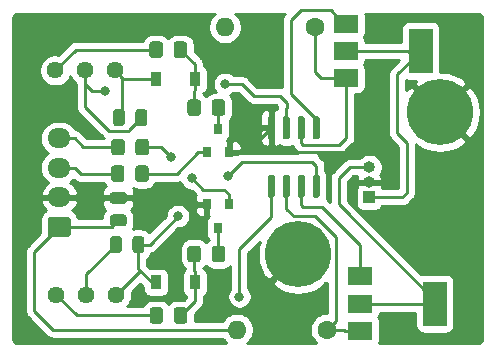
<source format=gbr>
%TF.GenerationSoftware,KiCad,Pcbnew,(5.1.7)-1*%
%TF.CreationDate,2021-02-26T19:53:25+00:00*%
%TF.ProjectId,Line-Generator-V2,4c696e65-2d47-4656-9e65-7261746f722d,rev?*%
%TF.SameCoordinates,Original*%
%TF.FileFunction,Copper,L1,Top*%
%TF.FilePolarity,Positive*%
%FSLAX46Y46*%
G04 Gerber Fmt 4.6, Leading zero omitted, Abs format (unit mm)*
G04 Created by KiCad (PCBNEW (5.1.7)-1) date 2021-02-26 19:53:25*
%MOMM*%
%LPD*%
G01*
G04 APERTURE LIST*
%TA.AperFunction,ComponentPad*%
%ADD10C,1.440000*%
%TD*%
%TA.AperFunction,SMDPad,CuDef*%
%ADD11R,0.900000X1.200000*%
%TD*%
%TA.AperFunction,ComponentPad*%
%ADD12R,1.000000X1.000000*%
%TD*%
%TA.AperFunction,ComponentPad*%
%ADD13O,1.000000X1.000000*%
%TD*%
%TA.AperFunction,ComponentPad*%
%ADD14O,1.950000X1.700000*%
%TD*%
%TA.AperFunction,SMDPad,CuDef*%
%ADD15R,0.800000X0.900000*%
%TD*%
%TA.AperFunction,SMDPad,CuDef*%
%ADD16R,2.000000X1.500000*%
%TD*%
%TA.AperFunction,SMDPad,CuDef*%
%ADD17R,2.000000X3.800000*%
%TD*%
%TA.AperFunction,ComponentPad*%
%ADD18C,1.600000*%
%TD*%
%TA.AperFunction,ComponentPad*%
%ADD19O,1.600000X1.600000*%
%TD*%
%TA.AperFunction,ComponentPad*%
%ADD20C,5.600000*%
%TD*%
%TA.AperFunction,ViaPad*%
%ADD21C,0.800000*%
%TD*%
%TA.AperFunction,Conductor*%
%ADD22C,0.250000*%
%TD*%
%TA.AperFunction,Conductor*%
%ADD23C,0.254000*%
%TD*%
%TA.AperFunction,Conductor*%
%ADD24C,0.100000*%
%TD*%
G04 APERTURE END LIST*
D10*
%TO.P,RV2,1*%
%TO.N,Net-(R6-Pad1)*%
X69500000Y-60250000D03*
%TO.P,RV2,2*%
%TO.N,Net-(C3-Pad2)*%
X72040000Y-60250000D03*
%TO.P,RV2,3*%
%TO.N,+5V*%
X74580000Y-60250000D03*
%TD*%
%TO.P,RV1,1*%
%TO.N,+5V*%
X74500000Y-41250000D03*
%TO.P,RV1,2*%
%TO.N,Net-(C2-Pad2)*%
X71960000Y-41250000D03*
%TO.P,RV1,3*%
%TO.N,Net-(R2-Pad1)*%
X69420000Y-41250000D03*
%TD*%
%TO.P,C1,1*%
%TO.N,+5V*%
%TA.AperFunction,SMDPad,CuDef*%
G36*
G01*
X75225000Y-54450000D02*
X74275000Y-54450000D01*
G75*
G02*
X74025000Y-54200000I0J250000D01*
G01*
X74025000Y-53700000D01*
G75*
G02*
X74275000Y-53450000I250000J0D01*
G01*
X75225000Y-53450000D01*
G75*
G02*
X75475000Y-53700000I0J-250000D01*
G01*
X75475000Y-54200000D01*
G75*
G02*
X75225000Y-54450000I-250000J0D01*
G01*
G37*
%TD.AperFunction*%
%TO.P,C1,2*%
%TO.N,GND*%
%TA.AperFunction,SMDPad,CuDef*%
G36*
G01*
X75225000Y-52550000D02*
X74275000Y-52550000D01*
G75*
G02*
X74025000Y-52300000I0J250000D01*
G01*
X74025000Y-51800000D01*
G75*
G02*
X74275000Y-51550000I250000J0D01*
G01*
X75225000Y-51550000D01*
G75*
G02*
X75475000Y-51800000I0J-250000D01*
G01*
X75475000Y-52300000D01*
G75*
G02*
X75225000Y-52550000I-250000J0D01*
G01*
G37*
%TD.AperFunction*%
%TD*%
%TO.P,C2,2*%
%TO.N,Net-(C2-Pad2)*%
%TA.AperFunction,SMDPad,CuDef*%
G36*
G01*
X76200000Y-45725000D02*
X76200000Y-44775000D01*
G75*
G02*
X76450000Y-44525000I250000J0D01*
G01*
X76950000Y-44525000D01*
G75*
G02*
X77200000Y-44775000I0J-250000D01*
G01*
X77200000Y-45725000D01*
G75*
G02*
X76950000Y-45975000I-250000J0D01*
G01*
X76450000Y-45975000D01*
G75*
G02*
X76200000Y-45725000I0J250000D01*
G01*
G37*
%TD.AperFunction*%
%TO.P,C2,1*%
%TO.N,+5V*%
%TA.AperFunction,SMDPad,CuDef*%
G36*
G01*
X74300000Y-45725000D02*
X74300000Y-44775000D01*
G75*
G02*
X74550000Y-44525000I250000J0D01*
G01*
X75050000Y-44525000D01*
G75*
G02*
X75300000Y-44775000I0J-250000D01*
G01*
X75300000Y-45725000D01*
G75*
G02*
X75050000Y-45975000I-250000J0D01*
G01*
X74550000Y-45975000D01*
G75*
G02*
X74300000Y-45725000I0J250000D01*
G01*
G37*
%TD.AperFunction*%
%TD*%
%TO.P,C3,1*%
%TO.N,+5V*%
%TA.AperFunction,SMDPad,CuDef*%
G36*
G01*
X76950000Y-55525000D02*
X76950000Y-56475000D01*
G75*
G02*
X76700000Y-56725000I-250000J0D01*
G01*
X76200000Y-56725000D01*
G75*
G02*
X75950000Y-56475000I0J250000D01*
G01*
X75950000Y-55525000D01*
G75*
G02*
X76200000Y-55275000I250000J0D01*
G01*
X76700000Y-55275000D01*
G75*
G02*
X76950000Y-55525000I0J-250000D01*
G01*
G37*
%TD.AperFunction*%
%TO.P,C3,2*%
%TO.N,Net-(C3-Pad2)*%
%TA.AperFunction,SMDPad,CuDef*%
G36*
G01*
X75050000Y-55525000D02*
X75050000Y-56475000D01*
G75*
G02*
X74800000Y-56725000I-250000J0D01*
G01*
X74300000Y-56725000D01*
G75*
G02*
X74050000Y-56475000I0J250000D01*
G01*
X74050000Y-55525000D01*
G75*
G02*
X74300000Y-55275000I250000J0D01*
G01*
X74800000Y-55275000D01*
G75*
G02*
X75050000Y-55525000I0J-250000D01*
G01*
G37*
%TD.AperFunction*%
%TD*%
D11*
%TO.P,D1,1*%
%TO.N,+5V*%
X77950000Y-42000000D03*
%TO.P,D1,2*%
%TO.N,Net-(D1-Pad2)*%
X81250000Y-42000000D03*
%TD*%
D12*
%TO.P,D2,1*%
%TO.N,Net-(D2-Pad1)*%
X96000000Y-52000000D03*
D13*
%TO.P,D2,2*%
%TO.N,GND*%
X96000000Y-50730000D03*
%TO.P,D2,3*%
%TO.N,Net-(D2-Pad3)*%
X96000000Y-49460000D03*
%TD*%
D11*
%TO.P,D3,2*%
%TO.N,Net-(D3-Pad2)*%
X81250000Y-59200000D03*
%TO.P,D3,1*%
%TO.N,+5V*%
X77950000Y-59200000D03*
%TD*%
%TO.P,J1,1*%
%TO.N,+5V*%
%TA.AperFunction,ComponentPad*%
G36*
G01*
X70475000Y-55350000D02*
X69025000Y-55350000D01*
G75*
G02*
X68775000Y-55100000I0J250000D01*
G01*
X68775000Y-53900000D01*
G75*
G02*
X69025000Y-53650000I250000J0D01*
G01*
X70475000Y-53650000D01*
G75*
G02*
X70725000Y-53900000I0J-250000D01*
G01*
X70725000Y-55100000D01*
G75*
G02*
X70475000Y-55350000I-250000J0D01*
G01*
G37*
%TD.AperFunction*%
D14*
%TO.P,J1,2*%
%TO.N,GND*%
X69750000Y-52000000D03*
%TO.P,J1,3*%
%TO.N,Laser1*%
X69750000Y-49500000D03*
%TO.P,J1,4*%
%TO.N,Laser2*%
X69750000Y-47000000D03*
%TD*%
D15*
%TO.P,Q1,3*%
%TO.N,Net-(Q1-Pad3)*%
X83200000Y-46200000D03*
%TO.P,Q1,2*%
%TO.N,GND*%
X84150000Y-48200000D03*
%TO.P,Q1,1*%
%TO.N,Net-(Q1-Pad1)*%
X82250000Y-48200000D03*
%TD*%
D16*
%TO.P,Q2,1*%
%TO.N,Net-(Q2-Pad1)*%
X94050000Y-37300000D03*
%TO.P,Q2,3*%
%TO.N,Net-(Q2-Pad3)*%
X94050000Y-41900000D03*
%TO.P,Q2,2*%
%TO.N,Net-(D2-Pad1)*%
X94050000Y-39600000D03*
D17*
X100350000Y-39600000D03*
%TD*%
%TO.P,Q3,2*%
%TO.N,Net-(D2-Pad3)*%
X101550000Y-61000000D03*
D16*
X95250000Y-61000000D03*
%TO.P,Q3,3*%
%TO.N,Net-(Q3-Pad3)*%
X95250000Y-63300000D03*
%TO.P,Q3,1*%
%TO.N,Net-(Q3-Pad1)*%
X95250000Y-58700000D03*
%TD*%
D15*
%TO.P,Q4,1*%
%TO.N,Net-(Q4-Pad1)*%
X84150000Y-52600000D03*
%TO.P,Q4,2*%
%TO.N,GND*%
X82250000Y-52600000D03*
%TO.P,Q4,3*%
%TO.N,Net-(Q4-Pad3)*%
X83200000Y-54600000D03*
%TD*%
%TO.P,R1,1*%
%TO.N,Net-(Q1-Pad1)*%
%TA.AperFunction,SMDPad,CuDef*%
G36*
G01*
X77325000Y-49549999D02*
X77325000Y-50450001D01*
G75*
G02*
X77075001Y-50700000I-249999J0D01*
G01*
X76424999Y-50700000D01*
G75*
G02*
X76175000Y-50450001I0J249999D01*
G01*
X76175000Y-49549999D01*
G75*
G02*
X76424999Y-49300000I249999J0D01*
G01*
X77075001Y-49300000D01*
G75*
G02*
X77325000Y-49549999I0J-249999D01*
G01*
G37*
%TD.AperFunction*%
%TO.P,R1,2*%
%TO.N,Laser1*%
%TA.AperFunction,SMDPad,CuDef*%
G36*
G01*
X75275000Y-49549999D02*
X75275000Y-50450001D01*
G75*
G02*
X75025001Y-50700000I-249999J0D01*
G01*
X74374999Y-50700000D01*
G75*
G02*
X74125000Y-50450001I0J249999D01*
G01*
X74125000Y-49549999D01*
G75*
G02*
X74374999Y-49300000I249999J0D01*
G01*
X75025001Y-49300000D01*
G75*
G02*
X75275000Y-49549999I0J-249999D01*
G01*
G37*
%TD.AperFunction*%
%TD*%
%TO.P,R2,2*%
%TO.N,Net-(D1-Pad2)*%
%TA.AperFunction,SMDPad,CuDef*%
G36*
G01*
X79425000Y-39950001D02*
X79425000Y-39049999D01*
G75*
G02*
X79674999Y-38800000I249999J0D01*
G01*
X80325001Y-38800000D01*
G75*
G02*
X80575000Y-39049999I0J-249999D01*
G01*
X80575000Y-39950001D01*
G75*
G02*
X80325001Y-40200000I-249999J0D01*
G01*
X79674999Y-40200000D01*
G75*
G02*
X79425000Y-39950001I0J249999D01*
G01*
G37*
%TD.AperFunction*%
%TO.P,R2,1*%
%TO.N,Net-(R2-Pad1)*%
%TA.AperFunction,SMDPad,CuDef*%
G36*
G01*
X77375000Y-39950001D02*
X77375000Y-39049999D01*
G75*
G02*
X77624999Y-38800000I249999J0D01*
G01*
X78275001Y-38800000D01*
G75*
G02*
X78525000Y-39049999I0J-249999D01*
G01*
X78525000Y-39950001D01*
G75*
G02*
X78275001Y-40200000I-249999J0D01*
G01*
X77624999Y-40200000D01*
G75*
G02*
X77375000Y-39950001I0J249999D01*
G01*
G37*
%TD.AperFunction*%
%TD*%
%TO.P,R3,2*%
%TO.N,Net-(Q1-Pad3)*%
%TA.AperFunction,SMDPad,CuDef*%
G36*
G01*
X82650000Y-44850001D02*
X82650000Y-43949999D01*
G75*
G02*
X82899999Y-43700000I249999J0D01*
G01*
X83550001Y-43700000D01*
G75*
G02*
X83800000Y-43949999I0J-249999D01*
G01*
X83800000Y-44850001D01*
G75*
G02*
X83550001Y-45100000I-249999J0D01*
G01*
X82899999Y-45100000D01*
G75*
G02*
X82650000Y-44850001I0J249999D01*
G01*
G37*
%TD.AperFunction*%
%TO.P,R3,1*%
%TO.N,Net-(D1-Pad2)*%
%TA.AperFunction,SMDPad,CuDef*%
G36*
G01*
X80600000Y-44850001D02*
X80600000Y-43949999D01*
G75*
G02*
X80849999Y-43700000I249999J0D01*
G01*
X81500001Y-43700000D01*
G75*
G02*
X81750000Y-43949999I0J-249999D01*
G01*
X81750000Y-44850001D01*
G75*
G02*
X81500001Y-45100000I-249999J0D01*
G01*
X80849999Y-45100000D01*
G75*
G02*
X80600000Y-44850001I0J249999D01*
G01*
G37*
%TD.AperFunction*%
%TD*%
D18*
%TO.P,R4,1*%
%TO.N,Net-(Q2-Pad3)*%
X91400000Y-37600000D03*
D19*
%TO.P,R4,2*%
%TO.N,+5V*%
X83780000Y-37600000D03*
%TD*%
%TO.P,R5,2*%
%TO.N,+5V*%
X84780000Y-63200000D03*
D18*
%TO.P,R5,1*%
%TO.N,Net-(Q3-Pad3)*%
X92400000Y-63200000D03*
%TD*%
%TO.P,R6,2*%
%TO.N,Net-(D3-Pad2)*%
%TA.AperFunction,SMDPad,CuDef*%
G36*
G01*
X79450000Y-62450001D02*
X79450000Y-61549999D01*
G75*
G02*
X79699999Y-61300000I249999J0D01*
G01*
X80350001Y-61300000D01*
G75*
G02*
X80600000Y-61549999I0J-249999D01*
G01*
X80600000Y-62450001D01*
G75*
G02*
X80350001Y-62700000I-249999J0D01*
G01*
X79699999Y-62700000D01*
G75*
G02*
X79450000Y-62450001I0J249999D01*
G01*
G37*
%TD.AperFunction*%
%TO.P,R6,1*%
%TO.N,Net-(R6-Pad1)*%
%TA.AperFunction,SMDPad,CuDef*%
G36*
G01*
X77400000Y-62450001D02*
X77400000Y-61549999D01*
G75*
G02*
X77649999Y-61300000I249999J0D01*
G01*
X78300001Y-61300000D01*
G75*
G02*
X78550000Y-61549999I0J-249999D01*
G01*
X78550000Y-62450001D01*
G75*
G02*
X78300001Y-62700000I-249999J0D01*
G01*
X77649999Y-62700000D01*
G75*
G02*
X77400000Y-62450001I0J249999D01*
G01*
G37*
%TD.AperFunction*%
%TD*%
%TO.P,R7,1*%
%TO.N,Net-(D3-Pad2)*%
%TA.AperFunction,SMDPad,CuDef*%
G36*
G01*
X80600000Y-57250001D02*
X80600000Y-56349999D01*
G75*
G02*
X80849999Y-56100000I249999J0D01*
G01*
X81500001Y-56100000D01*
G75*
G02*
X81750000Y-56349999I0J-249999D01*
G01*
X81750000Y-57250001D01*
G75*
G02*
X81500001Y-57500000I-249999J0D01*
G01*
X80849999Y-57500000D01*
G75*
G02*
X80600000Y-57250001I0J249999D01*
G01*
G37*
%TD.AperFunction*%
%TO.P,R7,2*%
%TO.N,Net-(Q4-Pad3)*%
%TA.AperFunction,SMDPad,CuDef*%
G36*
G01*
X82650000Y-57250001D02*
X82650000Y-56349999D01*
G75*
G02*
X82899999Y-56100000I249999J0D01*
G01*
X83550001Y-56100000D01*
G75*
G02*
X83800000Y-56349999I0J-249999D01*
G01*
X83800000Y-57250001D01*
G75*
G02*
X83550001Y-57500000I-249999J0D01*
G01*
X82899999Y-57500000D01*
G75*
G02*
X82650000Y-57250001I0J249999D01*
G01*
G37*
%TD.AperFunction*%
%TD*%
%TO.P,R8,1*%
%TO.N,Net-(Q4-Pad1)*%
%TA.AperFunction,SMDPad,CuDef*%
G36*
G01*
X77350000Y-47299999D02*
X77350000Y-48200001D01*
G75*
G02*
X77100001Y-48450000I-249999J0D01*
G01*
X76449999Y-48450000D01*
G75*
G02*
X76200000Y-48200001I0J249999D01*
G01*
X76200000Y-47299999D01*
G75*
G02*
X76449999Y-47050000I249999J0D01*
G01*
X77100001Y-47050000D01*
G75*
G02*
X77350000Y-47299999I0J-249999D01*
G01*
G37*
%TD.AperFunction*%
%TO.P,R8,2*%
%TO.N,Laser2*%
%TA.AperFunction,SMDPad,CuDef*%
G36*
G01*
X75300000Y-47299999D02*
X75300000Y-48200001D01*
G75*
G02*
X75050001Y-48450000I-249999J0D01*
G01*
X74399999Y-48450000D01*
G75*
G02*
X74150000Y-48200001I0J249999D01*
G01*
X74150000Y-47299999D01*
G75*
G02*
X74399999Y-47050000I249999J0D01*
G01*
X75050001Y-47050000D01*
G75*
G02*
X75300000Y-47299999I0J-249999D01*
G01*
G37*
%TD.AperFunction*%
%TD*%
%TO.P,U1,1*%
%TO.N,Net-(Q2-Pad1)*%
%TA.AperFunction,SMDPad,CuDef*%
G36*
G01*
X91355000Y-45150000D02*
X91655000Y-45150000D01*
G75*
G02*
X91805000Y-45300000I0J-150000D01*
G01*
X91805000Y-46950000D01*
G75*
G02*
X91655000Y-47100000I-150000J0D01*
G01*
X91355000Y-47100000D01*
G75*
G02*
X91205000Y-46950000I0J150000D01*
G01*
X91205000Y-45300000D01*
G75*
G02*
X91355000Y-45150000I150000J0D01*
G01*
G37*
%TD.AperFunction*%
%TO.P,U1,2*%
%TO.N,Net-(Q2-Pad3)*%
%TA.AperFunction,SMDPad,CuDef*%
G36*
G01*
X90085000Y-45150000D02*
X90385000Y-45150000D01*
G75*
G02*
X90535000Y-45300000I0J-150000D01*
G01*
X90535000Y-46950000D01*
G75*
G02*
X90385000Y-47100000I-150000J0D01*
G01*
X90085000Y-47100000D01*
G75*
G02*
X89935000Y-46950000I0J150000D01*
G01*
X89935000Y-45300000D01*
G75*
G02*
X90085000Y-45150000I150000J0D01*
G01*
G37*
%TD.AperFunction*%
%TO.P,U1,3*%
%TO.N,Net-(C2-Pad2)*%
%TA.AperFunction,SMDPad,CuDef*%
G36*
G01*
X88815000Y-45150000D02*
X89115000Y-45150000D01*
G75*
G02*
X89265000Y-45300000I0J-150000D01*
G01*
X89265000Y-46950000D01*
G75*
G02*
X89115000Y-47100000I-150000J0D01*
G01*
X88815000Y-47100000D01*
G75*
G02*
X88665000Y-46950000I0J150000D01*
G01*
X88665000Y-45300000D01*
G75*
G02*
X88815000Y-45150000I150000J0D01*
G01*
G37*
%TD.AperFunction*%
%TO.P,U1,4*%
%TO.N,GND*%
%TA.AperFunction,SMDPad,CuDef*%
G36*
G01*
X87545000Y-45150000D02*
X87845000Y-45150000D01*
G75*
G02*
X87995000Y-45300000I0J-150000D01*
G01*
X87995000Y-46950000D01*
G75*
G02*
X87845000Y-47100000I-150000J0D01*
G01*
X87545000Y-47100000D01*
G75*
G02*
X87395000Y-46950000I0J150000D01*
G01*
X87395000Y-45300000D01*
G75*
G02*
X87545000Y-45150000I150000J0D01*
G01*
G37*
%TD.AperFunction*%
%TO.P,U1,5*%
%TO.N,Net-(C3-Pad2)*%
%TA.AperFunction,SMDPad,CuDef*%
G36*
G01*
X87545000Y-50100000D02*
X87845000Y-50100000D01*
G75*
G02*
X87995000Y-50250000I0J-150000D01*
G01*
X87995000Y-51900000D01*
G75*
G02*
X87845000Y-52050000I-150000J0D01*
G01*
X87545000Y-52050000D01*
G75*
G02*
X87395000Y-51900000I0J150000D01*
G01*
X87395000Y-50250000D01*
G75*
G02*
X87545000Y-50100000I150000J0D01*
G01*
G37*
%TD.AperFunction*%
%TO.P,U1,6*%
%TO.N,Net-(Q3-Pad3)*%
%TA.AperFunction,SMDPad,CuDef*%
G36*
G01*
X88815000Y-50100000D02*
X89115000Y-50100000D01*
G75*
G02*
X89265000Y-50250000I0J-150000D01*
G01*
X89265000Y-51900000D01*
G75*
G02*
X89115000Y-52050000I-150000J0D01*
G01*
X88815000Y-52050000D01*
G75*
G02*
X88665000Y-51900000I0J150000D01*
G01*
X88665000Y-50250000D01*
G75*
G02*
X88815000Y-50100000I150000J0D01*
G01*
G37*
%TD.AperFunction*%
%TO.P,U1,7*%
%TO.N,Net-(Q3-Pad1)*%
%TA.AperFunction,SMDPad,CuDef*%
G36*
G01*
X90085000Y-50100000D02*
X90385000Y-50100000D01*
G75*
G02*
X90535000Y-50250000I0J-150000D01*
G01*
X90535000Y-51900000D01*
G75*
G02*
X90385000Y-52050000I-150000J0D01*
G01*
X90085000Y-52050000D01*
G75*
G02*
X89935000Y-51900000I0J150000D01*
G01*
X89935000Y-50250000D01*
G75*
G02*
X90085000Y-50100000I150000J0D01*
G01*
G37*
%TD.AperFunction*%
%TO.P,U1,8*%
%TO.N,+5V*%
%TA.AperFunction,SMDPad,CuDef*%
G36*
G01*
X91355000Y-50100000D02*
X91655000Y-50100000D01*
G75*
G02*
X91805000Y-50250000I0J-150000D01*
G01*
X91805000Y-51900000D01*
G75*
G02*
X91655000Y-52050000I-150000J0D01*
G01*
X91355000Y-52050000D01*
G75*
G02*
X91205000Y-51900000I0J150000D01*
G01*
X91205000Y-50250000D01*
G75*
G02*
X91355000Y-50100000I150000J0D01*
G01*
G37*
%TD.AperFunction*%
%TD*%
D20*
%TO.P,H1,1*%
%TO.N,GND*%
X102000000Y-44800000D03*
%TD*%
%TO.P,H4,1*%
%TO.N,GND*%
X90000000Y-56800000D03*
%TD*%
D21*
%TO.N,+5V*%
X84000000Y-50200000D03*
X79800000Y-53600000D03*
%TO.N,Net-(C2-Pad2)*%
X83800000Y-42400000D03*
X73600000Y-43000000D03*
%TO.N,Net-(C3-Pad2)*%
X85000000Y-60400000D03*
%TO.N,Net-(Q4-Pad1)*%
X79200000Y-48600000D03*
X81000000Y-50400000D03*
%TD*%
D22*
%TO.N,+5V*%
X77950000Y-42000000D02*
X75104800Y-42000000D01*
X83780000Y-37600000D02*
X83780000Y-37679900D01*
X75104800Y-42000000D02*
X75104800Y-44945200D01*
X75104800Y-44945200D02*
X74800000Y-45250000D01*
X74500000Y-41250000D02*
X75104800Y-41854800D01*
X75104800Y-41854800D02*
X75104800Y-42000000D01*
X91505000Y-51075000D02*
X91505000Y-50496000D01*
X69750000Y-54500000D02*
X74200000Y-54500000D01*
X74200000Y-54500000D02*
X74750000Y-53950000D01*
X76596200Y-58233800D02*
X76450000Y-58087600D01*
X76450000Y-58087600D02*
X76450000Y-56000000D01*
X77562400Y-59200000D02*
X76596200Y-58233800D01*
X74580000Y-60250000D02*
X76596200Y-58233800D01*
X77950000Y-59200000D02*
X77562400Y-59200000D01*
X67600000Y-56650000D02*
X69750000Y-54500000D01*
X67600000Y-61600000D02*
X67600000Y-56650000D01*
X69200000Y-63200000D02*
X67600000Y-61600000D01*
X84780000Y-63200000D02*
X69200000Y-63200000D01*
X84000000Y-50200000D02*
X84000000Y-50200000D01*
X77400000Y-56000000D02*
X76450000Y-56000000D01*
X79800000Y-53600000D02*
X77400000Y-56000000D01*
X91505000Y-49305000D02*
X91505000Y-51075000D01*
X91175001Y-48975001D02*
X91505000Y-49305000D01*
X85224999Y-48975001D02*
X91175001Y-48975001D01*
X84000000Y-50200000D02*
X85224999Y-48975001D01*
%TO.N,GND*%
X90000000Y-56800000D02*
X88330000Y-55130000D01*
X82250000Y-52600000D02*
X81524700Y-52600000D01*
X81524700Y-52600000D02*
X80974700Y-52050000D01*
X80974700Y-52050000D02*
X74750000Y-52050000D01*
X74750000Y-52050000D02*
X74700000Y-52000000D01*
X74700000Y-52000000D02*
X71050300Y-52000000D01*
X69750000Y-52000000D02*
X71050300Y-52000000D01*
X85620000Y-48200000D02*
X87695000Y-46125000D01*
X84150000Y-48200000D02*
X85620000Y-48200000D01*
X97470000Y-50730000D02*
X96000000Y-50730000D01*
X98000000Y-50200000D02*
X97470000Y-50730000D01*
X98000000Y-48800000D02*
X98000000Y-50200000D01*
X97400000Y-48200000D02*
X98000000Y-48800000D01*
X85620000Y-48200000D02*
X97400000Y-48200000D01*
%TO.N,Net-(C2-Pad2)*%
X88965000Y-46125000D02*
X88965000Y-45728400D01*
X83800000Y-42400000D02*
X83800000Y-42400000D01*
X72520000Y-43000000D02*
X71960000Y-42440000D01*
X73600000Y-43000000D02*
X72520000Y-43000000D01*
X71960000Y-41250000D02*
X71960000Y-42440000D01*
X71960000Y-43972700D02*
X71960000Y-42440000D01*
X71960000Y-44360000D02*
X71960000Y-43972700D01*
X74000000Y-46400000D02*
X71960000Y-44360000D01*
X75600000Y-46400000D02*
X74000000Y-46400000D01*
X75638800Y-46361200D02*
X75600000Y-46400000D01*
X75638800Y-46311200D02*
X75638800Y-46361200D01*
X76700000Y-45250000D02*
X75638800Y-46311200D01*
X88965000Y-46125000D02*
X88965000Y-44435000D01*
X88965000Y-44435000D02*
X89000000Y-44400000D01*
X89000000Y-44400000D02*
X89000000Y-44000000D01*
X89000000Y-44000000D02*
X88400000Y-43400000D01*
X88400000Y-43400000D02*
X86200000Y-43400000D01*
X85200000Y-42400000D02*
X83800000Y-42400000D01*
X86200000Y-43400000D02*
X85200000Y-42400000D01*
%TO.N,Net-(C3-Pad2)*%
X72040000Y-60250000D02*
X72040000Y-58510000D01*
X72040000Y-58510000D02*
X74550000Y-56000000D01*
X87695000Y-51075000D02*
X87695000Y-53705000D01*
X87695000Y-53705000D02*
X85000000Y-56400000D01*
X85000000Y-56400000D02*
X85000000Y-60400000D01*
X85000000Y-60400000D02*
X85000000Y-60400000D01*
%TO.N,Net-(D1-Pad2)*%
X80000000Y-39500000D02*
X81250000Y-40750000D01*
X81250000Y-40750000D02*
X81250000Y-42000000D01*
X81250000Y-42000000D02*
X81250000Y-42925300D01*
X81175000Y-44400000D02*
X81175000Y-43000300D01*
X81175000Y-43000300D02*
X81250000Y-42925300D01*
%TO.N,Net-(D2-Pad1)*%
X100350000Y-40712600D02*
X99237400Y-39600000D01*
X99237400Y-39600000D02*
X94050000Y-39600000D01*
X100350000Y-39600000D02*
X100350000Y-40712600D01*
X98352000Y-41598000D02*
X100350000Y-39600000D01*
X98352000Y-46552000D02*
X98352000Y-41598000D01*
X99200000Y-51600000D02*
X99200000Y-47400000D01*
X98800000Y-52000000D02*
X99200000Y-51600000D01*
X99200000Y-47400000D02*
X98352000Y-46552000D01*
X96000000Y-52000000D02*
X98800000Y-52000000D01*
%TO.N,Net-(D2-Pad3)*%
X95250000Y-61000000D02*
X101550000Y-61000000D01*
X96000000Y-49460000D02*
X94340000Y-49460000D01*
X94340000Y-49460000D02*
X93400000Y-50400000D01*
X93400000Y-50400000D02*
X93400000Y-52600000D01*
X101550000Y-60750000D02*
X101550000Y-61000000D01*
X93400000Y-52600000D02*
X101550000Y-60750000D01*
%TO.N,Net-(D3-Pad2)*%
X80025000Y-62000000D02*
X81250000Y-60775000D01*
X81250000Y-60775000D02*
X81250000Y-59200000D01*
X81250000Y-59200000D02*
X81250000Y-58274700D01*
X81175000Y-56800000D02*
X81175000Y-58199700D01*
X81175000Y-58199700D02*
X81250000Y-58274700D01*
%TO.N,Laser1*%
X69750000Y-49500000D02*
X71050300Y-49500000D01*
X74700000Y-50000000D02*
X71550300Y-50000000D01*
X71550300Y-50000000D02*
X71050300Y-49500000D01*
%TO.N,Laser2*%
X69750000Y-47000000D02*
X71050300Y-47000000D01*
X74725000Y-47750000D02*
X71800300Y-47750000D01*
X71800300Y-47750000D02*
X71050300Y-47000000D01*
%TO.N,Net-(Q1-Pad3)*%
X83225000Y-44400000D02*
X83200000Y-44425000D01*
X83200000Y-44425000D02*
X83200000Y-46200000D01*
%TO.N,Net-(Q1-Pad1)*%
X82250000Y-48200000D02*
X81524700Y-48200000D01*
X76750000Y-50000000D02*
X79724700Y-50000000D01*
X79724700Y-50000000D02*
X81524700Y-48200000D01*
%TO.N,Net-(Q2-Pad1)*%
X89400000Y-43274300D02*
X91505000Y-45379300D01*
X89400000Y-37000000D02*
X89400000Y-43274300D01*
X92750010Y-36150010D02*
X90249990Y-36150010D01*
X91505000Y-45379300D02*
X91505000Y-46125000D01*
X93900000Y-37300000D02*
X92750010Y-36150010D01*
X90249990Y-36150010D02*
X89400000Y-37000000D01*
X94050000Y-37300000D02*
X93900000Y-37300000D01*
%TO.N,Net-(Q2-Pad3)*%
X90235000Y-46125000D02*
X90235000Y-46551800D01*
X91400000Y-37600000D02*
X91400000Y-39250000D01*
X94050000Y-41900000D02*
X91900000Y-41900000D01*
X91400000Y-41400000D02*
X91400000Y-39250000D01*
X91900000Y-41900000D02*
X91400000Y-41400000D01*
X90235000Y-46125000D02*
X90235000Y-47435000D01*
X90235000Y-47435000D02*
X90400000Y-47600000D01*
X90400000Y-47600000D02*
X93400000Y-47600000D01*
X94050000Y-46950000D02*
X94050000Y-45150000D01*
X93400000Y-47600000D02*
X94050000Y-46950000D01*
X94050000Y-45150000D02*
X94050000Y-41900000D01*
X94050000Y-45291300D02*
X94050000Y-45150000D01*
%TO.N,Net-(Q3-Pad3)*%
X95250000Y-63300000D02*
X93924700Y-63300000D01*
X92400000Y-63200000D02*
X93824700Y-63200000D01*
X93824700Y-63200000D02*
X93924700Y-63300000D01*
X88965000Y-52365000D02*
X88965000Y-51075000D01*
X88965000Y-52965000D02*
X88965000Y-51075000D01*
X89600000Y-53600000D02*
X88965000Y-52965000D01*
X91425002Y-53600000D02*
X89600000Y-53600000D01*
X93168800Y-62431200D02*
X93168800Y-55343798D01*
X93168800Y-55343798D02*
X91425002Y-53600000D01*
X92400000Y-63200000D02*
X93168800Y-62431200D01*
%TO.N,Net-(Q3-Pad1)*%
X90235000Y-51075000D02*
X90235000Y-51474700D01*
X95250000Y-56489700D02*
X95250000Y-58700000D01*
X90235000Y-51075000D02*
X90235000Y-52635000D01*
X90235000Y-52635000D02*
X90400000Y-52800000D01*
X90400000Y-52800000D02*
X92000000Y-52800000D01*
X95250000Y-56050000D02*
X95250000Y-56489700D01*
X92000000Y-52800000D02*
X95250000Y-56050000D01*
%TO.N,Net-(Q4-Pad1)*%
X76775000Y-47750000D02*
X78350000Y-47750000D01*
X78350000Y-47750000D02*
X79200000Y-48600000D01*
X79200000Y-48600000D02*
X79200000Y-48600000D01*
X84150000Y-51750000D02*
X84150000Y-52600000D01*
X83735800Y-51335800D02*
X84150000Y-51750000D01*
X81935800Y-51335800D02*
X83735800Y-51335800D01*
X81000000Y-50400000D02*
X81935800Y-51335800D01*
%TO.N,Net-(Q4-Pad3)*%
X83225000Y-56800000D02*
X83200000Y-56775000D01*
X83200000Y-56775000D02*
X83200000Y-54600000D01*
%TO.N,Net-(R2-Pad1)*%
X69420000Y-41250000D02*
X71170000Y-39500000D01*
X71170000Y-39500000D02*
X77950000Y-39500000D01*
%TO.N,Net-(R6-Pad1)*%
X69500000Y-60250000D02*
X71250000Y-62000000D01*
X71250000Y-62000000D02*
X77975000Y-62000000D01*
%TD*%
D23*
%TO.N,GND*%
X82865241Y-36485363D02*
X82665363Y-36685241D01*
X82508320Y-36920273D01*
X82400147Y-37181426D01*
X82345000Y-37458665D01*
X82345000Y-37741335D01*
X82400147Y-38018574D01*
X82508320Y-38279727D01*
X82665363Y-38514759D01*
X82865241Y-38714637D01*
X83100273Y-38871680D01*
X83361426Y-38979853D01*
X83638665Y-39035000D01*
X83921335Y-39035000D01*
X84198574Y-38979853D01*
X84459727Y-38871680D01*
X84694759Y-38714637D01*
X84894637Y-38514759D01*
X85051680Y-38279727D01*
X85159853Y-38018574D01*
X85215000Y-37741335D01*
X85215000Y-37458665D01*
X85159853Y-37181426D01*
X85051680Y-36920273D01*
X84894637Y-36685241D01*
X84694759Y-36485363D01*
X84656801Y-36460000D01*
X88859998Y-36460000D01*
X88817910Y-36511285D01*
X88765026Y-36575724D01*
X88717976Y-36663748D01*
X88694454Y-36707754D01*
X88650997Y-36851015D01*
X88640000Y-36962668D01*
X88640000Y-36962678D01*
X88636324Y-37000000D01*
X88640000Y-37037323D01*
X88640001Y-42678606D01*
X88548986Y-42650997D01*
X88437333Y-42640000D01*
X88437322Y-42640000D01*
X88400000Y-42636324D01*
X88362678Y-42640000D01*
X86514802Y-42640000D01*
X85763804Y-41889002D01*
X85740001Y-41859999D01*
X85624276Y-41765026D01*
X85492247Y-41694454D01*
X85348986Y-41650997D01*
X85237333Y-41640000D01*
X85237322Y-41640000D01*
X85200000Y-41636324D01*
X85162678Y-41640000D01*
X84503711Y-41640000D01*
X84459774Y-41596063D01*
X84290256Y-41482795D01*
X84101898Y-41404774D01*
X83901939Y-41365000D01*
X83698061Y-41365000D01*
X83498102Y-41404774D01*
X83309744Y-41482795D01*
X83140226Y-41596063D01*
X82996063Y-41740226D01*
X82882795Y-41909744D01*
X82804774Y-42098102D01*
X82765000Y-42298061D01*
X82765000Y-42501939D01*
X82804774Y-42701898D01*
X82882795Y-42890256D01*
X82996063Y-43059774D01*
X82998217Y-43061928D01*
X82899999Y-43061928D01*
X82726745Y-43078992D01*
X82560149Y-43129528D01*
X82406613Y-43211595D01*
X82272038Y-43322038D01*
X82200000Y-43409816D01*
X82127962Y-43322038D01*
X81993387Y-43211595D01*
X81962379Y-43195021D01*
X81967899Y-43176824D01*
X82054494Y-43130537D01*
X82151185Y-43051185D01*
X82230537Y-42954494D01*
X82289502Y-42844180D01*
X82325812Y-42724482D01*
X82338072Y-42600000D01*
X82338072Y-41400000D01*
X82325812Y-41275518D01*
X82289502Y-41155820D01*
X82230537Y-41045506D01*
X82151185Y-40948815D01*
X82054494Y-40869463D01*
X82010000Y-40845680D01*
X82010000Y-40787323D01*
X82013676Y-40750000D01*
X82010000Y-40712677D01*
X82010000Y-40712667D01*
X81999003Y-40601014D01*
X81955546Y-40457753D01*
X81917320Y-40386238D01*
X81884974Y-40325723D01*
X81813799Y-40238997D01*
X81790001Y-40209999D01*
X81761004Y-40186202D01*
X81213072Y-39638270D01*
X81213072Y-39049999D01*
X81196008Y-38876745D01*
X81145472Y-38710149D01*
X81063405Y-38556613D01*
X80952962Y-38422038D01*
X80818387Y-38311595D01*
X80664851Y-38229528D01*
X80498255Y-38178992D01*
X80325001Y-38161928D01*
X79674999Y-38161928D01*
X79501745Y-38178992D01*
X79335149Y-38229528D01*
X79181613Y-38311595D01*
X79047038Y-38422038D01*
X78975000Y-38509816D01*
X78902962Y-38422038D01*
X78768387Y-38311595D01*
X78614851Y-38229528D01*
X78448255Y-38178992D01*
X78275001Y-38161928D01*
X77624999Y-38161928D01*
X77451745Y-38178992D01*
X77285149Y-38229528D01*
X77131613Y-38311595D01*
X76997038Y-38422038D01*
X76886595Y-38556613D01*
X76804528Y-38710149D01*
X76795473Y-38740000D01*
X71207325Y-38740000D01*
X71170000Y-38736324D01*
X71132675Y-38740000D01*
X71132667Y-38740000D01*
X71021014Y-38750997D01*
X70877753Y-38794454D01*
X70745724Y-38865026D01*
X70629999Y-38959999D01*
X70606201Y-38988997D01*
X69675852Y-39919346D01*
X69553456Y-39895000D01*
X69286544Y-39895000D01*
X69024761Y-39947072D01*
X68778167Y-40049215D01*
X68556238Y-40197503D01*
X68367503Y-40386238D01*
X68219215Y-40608167D01*
X68117072Y-40854761D01*
X68065000Y-41116544D01*
X68065000Y-41383456D01*
X68117072Y-41645239D01*
X68219215Y-41891833D01*
X68367503Y-42113762D01*
X68556238Y-42302497D01*
X68778167Y-42450785D01*
X69024761Y-42552928D01*
X69286544Y-42605000D01*
X69553456Y-42605000D01*
X69815239Y-42552928D01*
X70061833Y-42450785D01*
X70283762Y-42302497D01*
X70472497Y-42113762D01*
X70620785Y-41891833D01*
X70690000Y-41724734D01*
X70759215Y-41891833D01*
X70907503Y-42113762D01*
X71096238Y-42302497D01*
X71200001Y-42371829D01*
X71200001Y-42402667D01*
X71196324Y-42440000D01*
X71200001Y-42477332D01*
X71200000Y-43935367D01*
X71200000Y-44322678D01*
X71196324Y-44360000D01*
X71200000Y-44397322D01*
X71200000Y-44397332D01*
X71210997Y-44508985D01*
X71241639Y-44609999D01*
X71254454Y-44652246D01*
X71325026Y-44784276D01*
X71357853Y-44824275D01*
X71419999Y-44900001D01*
X71449003Y-44923804D01*
X73436201Y-46911003D01*
X73459999Y-46940001D01*
X73520923Y-46990000D01*
X72115102Y-46990000D01*
X71614103Y-46489002D01*
X71590301Y-46459999D01*
X71474576Y-46365026D01*
X71342547Y-46294454D01*
X71199286Y-46250997D01*
X71156205Y-46246754D01*
X71115706Y-46170986D01*
X70930134Y-45944866D01*
X70704014Y-45759294D01*
X70446034Y-45621401D01*
X70166111Y-45536487D01*
X69947950Y-45515000D01*
X69552050Y-45515000D01*
X69333889Y-45536487D01*
X69053966Y-45621401D01*
X68795986Y-45759294D01*
X68569866Y-45944866D01*
X68384294Y-46170986D01*
X68246401Y-46428966D01*
X68161487Y-46708889D01*
X68132815Y-47000000D01*
X68161487Y-47291111D01*
X68246401Y-47571034D01*
X68384294Y-47829014D01*
X68569866Y-48055134D01*
X68795986Y-48240706D01*
X68813374Y-48250000D01*
X68795986Y-48259294D01*
X68569866Y-48444866D01*
X68384294Y-48670986D01*
X68246401Y-48928966D01*
X68161487Y-49208889D01*
X68132815Y-49500000D01*
X68161487Y-49791111D01*
X68246401Y-50071034D01*
X68384294Y-50329014D01*
X68569866Y-50555134D01*
X68795986Y-50740706D01*
X68821722Y-50754462D01*
X68615571Y-50910951D01*
X68422504Y-51128807D01*
X68275648Y-51380142D01*
X68183524Y-51643110D01*
X68304845Y-51873000D01*
X69623000Y-51873000D01*
X69623000Y-51853000D01*
X69877000Y-51853000D01*
X69877000Y-51873000D01*
X71195155Y-51873000D01*
X71316476Y-51643110D01*
X71224352Y-51380142D01*
X71077496Y-51128807D01*
X70884429Y-50910951D01*
X70678278Y-50754462D01*
X70704014Y-50740706D01*
X70930134Y-50555134D01*
X70975434Y-50499935D01*
X70986496Y-50510997D01*
X71010299Y-50540001D01*
X71126024Y-50634974D01*
X71258053Y-50705546D01*
X71401314Y-50749003D01*
X71512967Y-50760000D01*
X71512975Y-50760000D01*
X71550300Y-50763676D01*
X71587625Y-50760000D01*
X73545473Y-50760000D01*
X73554528Y-50789851D01*
X73636595Y-50943387D01*
X73690332Y-51008866D01*
X73670506Y-51019463D01*
X73573815Y-51098815D01*
X73494463Y-51195506D01*
X73435498Y-51305820D01*
X73399188Y-51425518D01*
X73386928Y-51550000D01*
X73390000Y-51764250D01*
X73548750Y-51923000D01*
X74623000Y-51923000D01*
X74623000Y-51903000D01*
X74877000Y-51903000D01*
X74877000Y-51923000D01*
X75951250Y-51923000D01*
X76110000Y-51764250D01*
X76113072Y-51550000D01*
X76100812Y-51425518D01*
X76064502Y-51305820D01*
X76029792Y-51240883D01*
X76085149Y-51270472D01*
X76251745Y-51321008D01*
X76424999Y-51338072D01*
X77075001Y-51338072D01*
X77248255Y-51321008D01*
X77414851Y-51270472D01*
X77568387Y-51188405D01*
X77702962Y-51077962D01*
X77813405Y-50943387D01*
X77895472Y-50789851D01*
X77904527Y-50760000D01*
X79687378Y-50760000D01*
X79724700Y-50763676D01*
X79762022Y-50760000D01*
X79762033Y-50760000D01*
X79873686Y-50749003D01*
X80007475Y-50708419D01*
X80082795Y-50890256D01*
X80196063Y-51059774D01*
X80340226Y-51203937D01*
X80509744Y-51317205D01*
X80698102Y-51395226D01*
X80898061Y-51435000D01*
X80960198Y-51435000D01*
X81320022Y-51794824D01*
X81319463Y-51795506D01*
X81260498Y-51905820D01*
X81224188Y-52025518D01*
X81211928Y-52150000D01*
X81215000Y-52314250D01*
X81373750Y-52473000D01*
X82123000Y-52473000D01*
X82123000Y-52453000D01*
X82377000Y-52453000D01*
X82377000Y-52473000D01*
X82397000Y-52473000D01*
X82397000Y-52727000D01*
X82377000Y-52727000D01*
X82377000Y-53526250D01*
X82461607Y-53610857D01*
X82445506Y-53619463D01*
X82348815Y-53698815D01*
X82269463Y-53795506D01*
X82210498Y-53905820D01*
X82174188Y-54025518D01*
X82161928Y-54150000D01*
X82161928Y-55050000D01*
X82174188Y-55174482D01*
X82210498Y-55294180D01*
X82269463Y-55404494D01*
X82348815Y-55501185D01*
X82440001Y-55576019D01*
X82440001Y-55593749D01*
X82406613Y-55611595D01*
X82272038Y-55722038D01*
X82200000Y-55809816D01*
X82127962Y-55722038D01*
X81993387Y-55611595D01*
X81839851Y-55529528D01*
X81673255Y-55478992D01*
X81500001Y-55461928D01*
X80849999Y-55461928D01*
X80676745Y-55478992D01*
X80510149Y-55529528D01*
X80356613Y-55611595D01*
X80222038Y-55722038D01*
X80111595Y-55856613D01*
X80029528Y-56010149D01*
X79978992Y-56176745D01*
X79961928Y-56349999D01*
X79961928Y-57250001D01*
X79978992Y-57423255D01*
X80029528Y-57589851D01*
X80111595Y-57743387D01*
X80222038Y-57877962D01*
X80356613Y-57988405D01*
X80415001Y-58019614D01*
X80415001Y-58094498D01*
X80348815Y-58148815D01*
X80269463Y-58245506D01*
X80210498Y-58355820D01*
X80174188Y-58475518D01*
X80161928Y-58600000D01*
X80161928Y-59800000D01*
X80174188Y-59924482D01*
X80210498Y-60044180D01*
X80269463Y-60154494D01*
X80348815Y-60251185D01*
X80445506Y-60330537D01*
X80490000Y-60354320D01*
X80490000Y-60460198D01*
X80288270Y-60661928D01*
X79699999Y-60661928D01*
X79526745Y-60678992D01*
X79360149Y-60729528D01*
X79206613Y-60811595D01*
X79072038Y-60922038D01*
X79000000Y-61009816D01*
X78927962Y-60922038D01*
X78793387Y-60811595D01*
X78639851Y-60729528D01*
X78473255Y-60678992D01*
X78300001Y-60661928D01*
X77649999Y-60661928D01*
X77476745Y-60678992D01*
X77310149Y-60729528D01*
X77156613Y-60811595D01*
X77022038Y-60922038D01*
X76911595Y-61056613D01*
X76829528Y-61210149D01*
X76820473Y-61240000D01*
X75506259Y-61240000D01*
X75632497Y-61113762D01*
X75780785Y-60891833D01*
X75882928Y-60645239D01*
X75935000Y-60383456D01*
X75935000Y-60116544D01*
X75910654Y-59994148D01*
X76596200Y-59308602D01*
X76861928Y-59574330D01*
X76861928Y-59800000D01*
X76874188Y-59924482D01*
X76910498Y-60044180D01*
X76969463Y-60154494D01*
X77048815Y-60251185D01*
X77145506Y-60330537D01*
X77255820Y-60389502D01*
X77375518Y-60425812D01*
X77500000Y-60438072D01*
X78400000Y-60438072D01*
X78524482Y-60425812D01*
X78644180Y-60389502D01*
X78754494Y-60330537D01*
X78851185Y-60251185D01*
X78930537Y-60154494D01*
X78989502Y-60044180D01*
X79025812Y-59924482D01*
X79038072Y-59800000D01*
X79038072Y-58600000D01*
X79025812Y-58475518D01*
X78989502Y-58355820D01*
X78930537Y-58245506D01*
X78851185Y-58148815D01*
X78754494Y-58069463D01*
X78644180Y-58010498D01*
X78524482Y-57974188D01*
X78400000Y-57961928D01*
X77500000Y-57961928D01*
X77408173Y-57970972D01*
X77210000Y-57772799D01*
X77210000Y-57199770D01*
X77327962Y-57102962D01*
X77438405Y-56968386D01*
X77520472Y-56814850D01*
X77540183Y-56749870D01*
X77548986Y-56749003D01*
X77692247Y-56705546D01*
X77824276Y-56634974D01*
X77940001Y-56540001D01*
X77963804Y-56510997D01*
X79839802Y-54635000D01*
X79901939Y-54635000D01*
X80101898Y-54595226D01*
X80290256Y-54517205D01*
X80459774Y-54403937D01*
X80603937Y-54259774D01*
X80717205Y-54090256D01*
X80795226Y-53901898D01*
X80835000Y-53701939D01*
X80835000Y-53498061D01*
X80795226Y-53298102D01*
X80717205Y-53109744D01*
X80677286Y-53050000D01*
X81211928Y-53050000D01*
X81224188Y-53174482D01*
X81260498Y-53294180D01*
X81319463Y-53404494D01*
X81398815Y-53501185D01*
X81495506Y-53580537D01*
X81605820Y-53639502D01*
X81725518Y-53675812D01*
X81850000Y-53688072D01*
X81964250Y-53685000D01*
X82123000Y-53526250D01*
X82123000Y-52727000D01*
X81373750Y-52727000D01*
X81215000Y-52885750D01*
X81211928Y-53050000D01*
X80677286Y-53050000D01*
X80603937Y-52940226D01*
X80459774Y-52796063D01*
X80290256Y-52682795D01*
X80101898Y-52604774D01*
X79901939Y-52565000D01*
X79698061Y-52565000D01*
X79498102Y-52604774D01*
X79309744Y-52682795D01*
X79140226Y-52796063D01*
X78996063Y-52940226D01*
X78882795Y-53109744D01*
X78804774Y-53298102D01*
X78765000Y-53498061D01*
X78765000Y-53560198D01*
X77373127Y-54952072D01*
X77327962Y-54897038D01*
X77193386Y-54786595D01*
X77039850Y-54704528D01*
X76873254Y-54653992D01*
X76700000Y-54636928D01*
X76200000Y-54636928D01*
X76026746Y-54653992D01*
X75976279Y-54669301D01*
X76045472Y-54539850D01*
X76096008Y-54373254D01*
X76113072Y-54200000D01*
X76113072Y-53700000D01*
X76096008Y-53526746D01*
X76045472Y-53360150D01*
X75963405Y-53206614D01*
X75852962Y-53072038D01*
X75846406Y-53066658D01*
X75926185Y-53001185D01*
X76005537Y-52904494D01*
X76064502Y-52794180D01*
X76100812Y-52674482D01*
X76113072Y-52550000D01*
X76110000Y-52335750D01*
X75951250Y-52177000D01*
X74877000Y-52177000D01*
X74877000Y-52197000D01*
X74623000Y-52197000D01*
X74623000Y-52177000D01*
X73548750Y-52177000D01*
X73390000Y-52335750D01*
X73386928Y-52550000D01*
X73399188Y-52674482D01*
X73435498Y-52794180D01*
X73494463Y-52904494D01*
X73573815Y-53001185D01*
X73653594Y-53066658D01*
X73647038Y-53072038D01*
X73536595Y-53206614D01*
X73454528Y-53360150D01*
X73403992Y-53526746D01*
X73386928Y-53700000D01*
X73386928Y-53740000D01*
X71347313Y-53740000D01*
X71346008Y-53726746D01*
X71295472Y-53560150D01*
X71213405Y-53406614D01*
X71102962Y-53272038D01*
X70968386Y-53161595D01*
X70863039Y-53105286D01*
X70884429Y-53089049D01*
X71077496Y-52871193D01*
X71224352Y-52619858D01*
X71316476Y-52356890D01*
X71195155Y-52127000D01*
X69877000Y-52127000D01*
X69877000Y-52147000D01*
X69623000Y-52147000D01*
X69623000Y-52127000D01*
X68304845Y-52127000D01*
X68183524Y-52356890D01*
X68275648Y-52619858D01*
X68422504Y-52871193D01*
X68615571Y-53089049D01*
X68636961Y-53105286D01*
X68531614Y-53161595D01*
X68397038Y-53272038D01*
X68286595Y-53406614D01*
X68204528Y-53560150D01*
X68153992Y-53726746D01*
X68136928Y-53900000D01*
X68136928Y-55038271D01*
X67088998Y-56086201D01*
X67060000Y-56109999D01*
X67036202Y-56138997D01*
X67036201Y-56138998D01*
X66965026Y-56225724D01*
X66894454Y-56357754D01*
X66865755Y-56452367D01*
X66850998Y-56501014D01*
X66848435Y-56527033D01*
X66836324Y-56650000D01*
X66840001Y-56687332D01*
X66840000Y-61562677D01*
X66836324Y-61600000D01*
X66840000Y-61637322D01*
X66840000Y-61637332D01*
X66850997Y-61748985D01*
X66894137Y-61891200D01*
X66894454Y-61892246D01*
X66965026Y-62024276D01*
X67004871Y-62072826D01*
X67059999Y-62140001D01*
X67089003Y-62163804D01*
X68636200Y-63711002D01*
X68659999Y-63740001D01*
X68775724Y-63834974D01*
X68907753Y-63905546D01*
X69051014Y-63949003D01*
X69162667Y-63960000D01*
X69162675Y-63960000D01*
X69200000Y-63963676D01*
X69237325Y-63960000D01*
X83561957Y-63960000D01*
X83665363Y-64114759D01*
X83865241Y-64314637D01*
X83903199Y-64340000D01*
X66232279Y-64340000D01*
X66134576Y-64330420D01*
X66071643Y-64311420D01*
X66013594Y-64280554D01*
X65962657Y-64239011D01*
X65920752Y-64188356D01*
X65889485Y-64130529D01*
X65870044Y-64067728D01*
X65860000Y-63972165D01*
X65860000Y-36832279D01*
X65869580Y-36734576D01*
X65888580Y-36671644D01*
X65919445Y-36613595D01*
X65960989Y-36562657D01*
X66011644Y-36520752D01*
X66069471Y-36489485D01*
X66132272Y-36470044D01*
X66227835Y-36460000D01*
X82903199Y-36460000D01*
X82865241Y-36485363D01*
%TA.AperFunction,Conductor*%
D24*
G36*
X82865241Y-36485363D02*
G01*
X82665363Y-36685241D01*
X82508320Y-36920273D01*
X82400147Y-37181426D01*
X82345000Y-37458665D01*
X82345000Y-37741335D01*
X82400147Y-38018574D01*
X82508320Y-38279727D01*
X82665363Y-38514759D01*
X82865241Y-38714637D01*
X83100273Y-38871680D01*
X83361426Y-38979853D01*
X83638665Y-39035000D01*
X83921335Y-39035000D01*
X84198574Y-38979853D01*
X84459727Y-38871680D01*
X84694759Y-38714637D01*
X84894637Y-38514759D01*
X85051680Y-38279727D01*
X85159853Y-38018574D01*
X85215000Y-37741335D01*
X85215000Y-37458665D01*
X85159853Y-37181426D01*
X85051680Y-36920273D01*
X84894637Y-36685241D01*
X84694759Y-36485363D01*
X84656801Y-36460000D01*
X88859998Y-36460000D01*
X88817910Y-36511285D01*
X88765026Y-36575724D01*
X88717976Y-36663748D01*
X88694454Y-36707754D01*
X88650997Y-36851015D01*
X88640000Y-36962668D01*
X88640000Y-36962678D01*
X88636324Y-37000000D01*
X88640000Y-37037323D01*
X88640001Y-42678606D01*
X88548986Y-42650997D01*
X88437333Y-42640000D01*
X88437322Y-42640000D01*
X88400000Y-42636324D01*
X88362678Y-42640000D01*
X86514802Y-42640000D01*
X85763804Y-41889002D01*
X85740001Y-41859999D01*
X85624276Y-41765026D01*
X85492247Y-41694454D01*
X85348986Y-41650997D01*
X85237333Y-41640000D01*
X85237322Y-41640000D01*
X85200000Y-41636324D01*
X85162678Y-41640000D01*
X84503711Y-41640000D01*
X84459774Y-41596063D01*
X84290256Y-41482795D01*
X84101898Y-41404774D01*
X83901939Y-41365000D01*
X83698061Y-41365000D01*
X83498102Y-41404774D01*
X83309744Y-41482795D01*
X83140226Y-41596063D01*
X82996063Y-41740226D01*
X82882795Y-41909744D01*
X82804774Y-42098102D01*
X82765000Y-42298061D01*
X82765000Y-42501939D01*
X82804774Y-42701898D01*
X82882795Y-42890256D01*
X82996063Y-43059774D01*
X82998217Y-43061928D01*
X82899999Y-43061928D01*
X82726745Y-43078992D01*
X82560149Y-43129528D01*
X82406613Y-43211595D01*
X82272038Y-43322038D01*
X82200000Y-43409816D01*
X82127962Y-43322038D01*
X81993387Y-43211595D01*
X81962379Y-43195021D01*
X81967899Y-43176824D01*
X82054494Y-43130537D01*
X82151185Y-43051185D01*
X82230537Y-42954494D01*
X82289502Y-42844180D01*
X82325812Y-42724482D01*
X82338072Y-42600000D01*
X82338072Y-41400000D01*
X82325812Y-41275518D01*
X82289502Y-41155820D01*
X82230537Y-41045506D01*
X82151185Y-40948815D01*
X82054494Y-40869463D01*
X82010000Y-40845680D01*
X82010000Y-40787323D01*
X82013676Y-40750000D01*
X82010000Y-40712677D01*
X82010000Y-40712667D01*
X81999003Y-40601014D01*
X81955546Y-40457753D01*
X81917320Y-40386238D01*
X81884974Y-40325723D01*
X81813799Y-40238997D01*
X81790001Y-40209999D01*
X81761004Y-40186202D01*
X81213072Y-39638270D01*
X81213072Y-39049999D01*
X81196008Y-38876745D01*
X81145472Y-38710149D01*
X81063405Y-38556613D01*
X80952962Y-38422038D01*
X80818387Y-38311595D01*
X80664851Y-38229528D01*
X80498255Y-38178992D01*
X80325001Y-38161928D01*
X79674999Y-38161928D01*
X79501745Y-38178992D01*
X79335149Y-38229528D01*
X79181613Y-38311595D01*
X79047038Y-38422038D01*
X78975000Y-38509816D01*
X78902962Y-38422038D01*
X78768387Y-38311595D01*
X78614851Y-38229528D01*
X78448255Y-38178992D01*
X78275001Y-38161928D01*
X77624999Y-38161928D01*
X77451745Y-38178992D01*
X77285149Y-38229528D01*
X77131613Y-38311595D01*
X76997038Y-38422038D01*
X76886595Y-38556613D01*
X76804528Y-38710149D01*
X76795473Y-38740000D01*
X71207325Y-38740000D01*
X71170000Y-38736324D01*
X71132675Y-38740000D01*
X71132667Y-38740000D01*
X71021014Y-38750997D01*
X70877753Y-38794454D01*
X70745724Y-38865026D01*
X70629999Y-38959999D01*
X70606201Y-38988997D01*
X69675852Y-39919346D01*
X69553456Y-39895000D01*
X69286544Y-39895000D01*
X69024761Y-39947072D01*
X68778167Y-40049215D01*
X68556238Y-40197503D01*
X68367503Y-40386238D01*
X68219215Y-40608167D01*
X68117072Y-40854761D01*
X68065000Y-41116544D01*
X68065000Y-41383456D01*
X68117072Y-41645239D01*
X68219215Y-41891833D01*
X68367503Y-42113762D01*
X68556238Y-42302497D01*
X68778167Y-42450785D01*
X69024761Y-42552928D01*
X69286544Y-42605000D01*
X69553456Y-42605000D01*
X69815239Y-42552928D01*
X70061833Y-42450785D01*
X70283762Y-42302497D01*
X70472497Y-42113762D01*
X70620785Y-41891833D01*
X70690000Y-41724734D01*
X70759215Y-41891833D01*
X70907503Y-42113762D01*
X71096238Y-42302497D01*
X71200001Y-42371829D01*
X71200001Y-42402667D01*
X71196324Y-42440000D01*
X71200001Y-42477332D01*
X71200000Y-43935367D01*
X71200000Y-44322678D01*
X71196324Y-44360000D01*
X71200000Y-44397322D01*
X71200000Y-44397332D01*
X71210997Y-44508985D01*
X71241639Y-44609999D01*
X71254454Y-44652246D01*
X71325026Y-44784276D01*
X71357853Y-44824275D01*
X71419999Y-44900001D01*
X71449003Y-44923804D01*
X73436201Y-46911003D01*
X73459999Y-46940001D01*
X73520923Y-46990000D01*
X72115102Y-46990000D01*
X71614103Y-46489002D01*
X71590301Y-46459999D01*
X71474576Y-46365026D01*
X71342547Y-46294454D01*
X71199286Y-46250997D01*
X71156205Y-46246754D01*
X71115706Y-46170986D01*
X70930134Y-45944866D01*
X70704014Y-45759294D01*
X70446034Y-45621401D01*
X70166111Y-45536487D01*
X69947950Y-45515000D01*
X69552050Y-45515000D01*
X69333889Y-45536487D01*
X69053966Y-45621401D01*
X68795986Y-45759294D01*
X68569866Y-45944866D01*
X68384294Y-46170986D01*
X68246401Y-46428966D01*
X68161487Y-46708889D01*
X68132815Y-47000000D01*
X68161487Y-47291111D01*
X68246401Y-47571034D01*
X68384294Y-47829014D01*
X68569866Y-48055134D01*
X68795986Y-48240706D01*
X68813374Y-48250000D01*
X68795986Y-48259294D01*
X68569866Y-48444866D01*
X68384294Y-48670986D01*
X68246401Y-48928966D01*
X68161487Y-49208889D01*
X68132815Y-49500000D01*
X68161487Y-49791111D01*
X68246401Y-50071034D01*
X68384294Y-50329014D01*
X68569866Y-50555134D01*
X68795986Y-50740706D01*
X68821722Y-50754462D01*
X68615571Y-50910951D01*
X68422504Y-51128807D01*
X68275648Y-51380142D01*
X68183524Y-51643110D01*
X68304845Y-51873000D01*
X69623000Y-51873000D01*
X69623000Y-51853000D01*
X69877000Y-51853000D01*
X69877000Y-51873000D01*
X71195155Y-51873000D01*
X71316476Y-51643110D01*
X71224352Y-51380142D01*
X71077496Y-51128807D01*
X70884429Y-50910951D01*
X70678278Y-50754462D01*
X70704014Y-50740706D01*
X70930134Y-50555134D01*
X70975434Y-50499935D01*
X70986496Y-50510997D01*
X71010299Y-50540001D01*
X71126024Y-50634974D01*
X71258053Y-50705546D01*
X71401314Y-50749003D01*
X71512967Y-50760000D01*
X71512975Y-50760000D01*
X71550300Y-50763676D01*
X71587625Y-50760000D01*
X73545473Y-50760000D01*
X73554528Y-50789851D01*
X73636595Y-50943387D01*
X73690332Y-51008866D01*
X73670506Y-51019463D01*
X73573815Y-51098815D01*
X73494463Y-51195506D01*
X73435498Y-51305820D01*
X73399188Y-51425518D01*
X73386928Y-51550000D01*
X73390000Y-51764250D01*
X73548750Y-51923000D01*
X74623000Y-51923000D01*
X74623000Y-51903000D01*
X74877000Y-51903000D01*
X74877000Y-51923000D01*
X75951250Y-51923000D01*
X76110000Y-51764250D01*
X76113072Y-51550000D01*
X76100812Y-51425518D01*
X76064502Y-51305820D01*
X76029792Y-51240883D01*
X76085149Y-51270472D01*
X76251745Y-51321008D01*
X76424999Y-51338072D01*
X77075001Y-51338072D01*
X77248255Y-51321008D01*
X77414851Y-51270472D01*
X77568387Y-51188405D01*
X77702962Y-51077962D01*
X77813405Y-50943387D01*
X77895472Y-50789851D01*
X77904527Y-50760000D01*
X79687378Y-50760000D01*
X79724700Y-50763676D01*
X79762022Y-50760000D01*
X79762033Y-50760000D01*
X79873686Y-50749003D01*
X80007475Y-50708419D01*
X80082795Y-50890256D01*
X80196063Y-51059774D01*
X80340226Y-51203937D01*
X80509744Y-51317205D01*
X80698102Y-51395226D01*
X80898061Y-51435000D01*
X80960198Y-51435000D01*
X81320022Y-51794824D01*
X81319463Y-51795506D01*
X81260498Y-51905820D01*
X81224188Y-52025518D01*
X81211928Y-52150000D01*
X81215000Y-52314250D01*
X81373750Y-52473000D01*
X82123000Y-52473000D01*
X82123000Y-52453000D01*
X82377000Y-52453000D01*
X82377000Y-52473000D01*
X82397000Y-52473000D01*
X82397000Y-52727000D01*
X82377000Y-52727000D01*
X82377000Y-53526250D01*
X82461607Y-53610857D01*
X82445506Y-53619463D01*
X82348815Y-53698815D01*
X82269463Y-53795506D01*
X82210498Y-53905820D01*
X82174188Y-54025518D01*
X82161928Y-54150000D01*
X82161928Y-55050000D01*
X82174188Y-55174482D01*
X82210498Y-55294180D01*
X82269463Y-55404494D01*
X82348815Y-55501185D01*
X82440001Y-55576019D01*
X82440001Y-55593749D01*
X82406613Y-55611595D01*
X82272038Y-55722038D01*
X82200000Y-55809816D01*
X82127962Y-55722038D01*
X81993387Y-55611595D01*
X81839851Y-55529528D01*
X81673255Y-55478992D01*
X81500001Y-55461928D01*
X80849999Y-55461928D01*
X80676745Y-55478992D01*
X80510149Y-55529528D01*
X80356613Y-55611595D01*
X80222038Y-55722038D01*
X80111595Y-55856613D01*
X80029528Y-56010149D01*
X79978992Y-56176745D01*
X79961928Y-56349999D01*
X79961928Y-57250001D01*
X79978992Y-57423255D01*
X80029528Y-57589851D01*
X80111595Y-57743387D01*
X80222038Y-57877962D01*
X80356613Y-57988405D01*
X80415001Y-58019614D01*
X80415001Y-58094498D01*
X80348815Y-58148815D01*
X80269463Y-58245506D01*
X80210498Y-58355820D01*
X80174188Y-58475518D01*
X80161928Y-58600000D01*
X80161928Y-59800000D01*
X80174188Y-59924482D01*
X80210498Y-60044180D01*
X80269463Y-60154494D01*
X80348815Y-60251185D01*
X80445506Y-60330537D01*
X80490000Y-60354320D01*
X80490000Y-60460198D01*
X80288270Y-60661928D01*
X79699999Y-60661928D01*
X79526745Y-60678992D01*
X79360149Y-60729528D01*
X79206613Y-60811595D01*
X79072038Y-60922038D01*
X79000000Y-61009816D01*
X78927962Y-60922038D01*
X78793387Y-60811595D01*
X78639851Y-60729528D01*
X78473255Y-60678992D01*
X78300001Y-60661928D01*
X77649999Y-60661928D01*
X77476745Y-60678992D01*
X77310149Y-60729528D01*
X77156613Y-60811595D01*
X77022038Y-60922038D01*
X76911595Y-61056613D01*
X76829528Y-61210149D01*
X76820473Y-61240000D01*
X75506259Y-61240000D01*
X75632497Y-61113762D01*
X75780785Y-60891833D01*
X75882928Y-60645239D01*
X75935000Y-60383456D01*
X75935000Y-60116544D01*
X75910654Y-59994148D01*
X76596200Y-59308602D01*
X76861928Y-59574330D01*
X76861928Y-59800000D01*
X76874188Y-59924482D01*
X76910498Y-60044180D01*
X76969463Y-60154494D01*
X77048815Y-60251185D01*
X77145506Y-60330537D01*
X77255820Y-60389502D01*
X77375518Y-60425812D01*
X77500000Y-60438072D01*
X78400000Y-60438072D01*
X78524482Y-60425812D01*
X78644180Y-60389502D01*
X78754494Y-60330537D01*
X78851185Y-60251185D01*
X78930537Y-60154494D01*
X78989502Y-60044180D01*
X79025812Y-59924482D01*
X79038072Y-59800000D01*
X79038072Y-58600000D01*
X79025812Y-58475518D01*
X78989502Y-58355820D01*
X78930537Y-58245506D01*
X78851185Y-58148815D01*
X78754494Y-58069463D01*
X78644180Y-58010498D01*
X78524482Y-57974188D01*
X78400000Y-57961928D01*
X77500000Y-57961928D01*
X77408173Y-57970972D01*
X77210000Y-57772799D01*
X77210000Y-57199770D01*
X77327962Y-57102962D01*
X77438405Y-56968386D01*
X77520472Y-56814850D01*
X77540183Y-56749870D01*
X77548986Y-56749003D01*
X77692247Y-56705546D01*
X77824276Y-56634974D01*
X77940001Y-56540001D01*
X77963804Y-56510997D01*
X79839802Y-54635000D01*
X79901939Y-54635000D01*
X80101898Y-54595226D01*
X80290256Y-54517205D01*
X80459774Y-54403937D01*
X80603937Y-54259774D01*
X80717205Y-54090256D01*
X80795226Y-53901898D01*
X80835000Y-53701939D01*
X80835000Y-53498061D01*
X80795226Y-53298102D01*
X80717205Y-53109744D01*
X80677286Y-53050000D01*
X81211928Y-53050000D01*
X81224188Y-53174482D01*
X81260498Y-53294180D01*
X81319463Y-53404494D01*
X81398815Y-53501185D01*
X81495506Y-53580537D01*
X81605820Y-53639502D01*
X81725518Y-53675812D01*
X81850000Y-53688072D01*
X81964250Y-53685000D01*
X82123000Y-53526250D01*
X82123000Y-52727000D01*
X81373750Y-52727000D01*
X81215000Y-52885750D01*
X81211928Y-53050000D01*
X80677286Y-53050000D01*
X80603937Y-52940226D01*
X80459774Y-52796063D01*
X80290256Y-52682795D01*
X80101898Y-52604774D01*
X79901939Y-52565000D01*
X79698061Y-52565000D01*
X79498102Y-52604774D01*
X79309744Y-52682795D01*
X79140226Y-52796063D01*
X78996063Y-52940226D01*
X78882795Y-53109744D01*
X78804774Y-53298102D01*
X78765000Y-53498061D01*
X78765000Y-53560198D01*
X77373127Y-54952072D01*
X77327962Y-54897038D01*
X77193386Y-54786595D01*
X77039850Y-54704528D01*
X76873254Y-54653992D01*
X76700000Y-54636928D01*
X76200000Y-54636928D01*
X76026746Y-54653992D01*
X75976279Y-54669301D01*
X76045472Y-54539850D01*
X76096008Y-54373254D01*
X76113072Y-54200000D01*
X76113072Y-53700000D01*
X76096008Y-53526746D01*
X76045472Y-53360150D01*
X75963405Y-53206614D01*
X75852962Y-53072038D01*
X75846406Y-53066658D01*
X75926185Y-53001185D01*
X76005537Y-52904494D01*
X76064502Y-52794180D01*
X76100812Y-52674482D01*
X76113072Y-52550000D01*
X76110000Y-52335750D01*
X75951250Y-52177000D01*
X74877000Y-52177000D01*
X74877000Y-52197000D01*
X74623000Y-52197000D01*
X74623000Y-52177000D01*
X73548750Y-52177000D01*
X73390000Y-52335750D01*
X73386928Y-52550000D01*
X73399188Y-52674482D01*
X73435498Y-52794180D01*
X73494463Y-52904494D01*
X73573815Y-53001185D01*
X73653594Y-53066658D01*
X73647038Y-53072038D01*
X73536595Y-53206614D01*
X73454528Y-53360150D01*
X73403992Y-53526746D01*
X73386928Y-53700000D01*
X73386928Y-53740000D01*
X71347313Y-53740000D01*
X71346008Y-53726746D01*
X71295472Y-53560150D01*
X71213405Y-53406614D01*
X71102962Y-53272038D01*
X70968386Y-53161595D01*
X70863039Y-53105286D01*
X70884429Y-53089049D01*
X71077496Y-52871193D01*
X71224352Y-52619858D01*
X71316476Y-52356890D01*
X71195155Y-52127000D01*
X69877000Y-52127000D01*
X69877000Y-52147000D01*
X69623000Y-52147000D01*
X69623000Y-52127000D01*
X68304845Y-52127000D01*
X68183524Y-52356890D01*
X68275648Y-52619858D01*
X68422504Y-52871193D01*
X68615571Y-53089049D01*
X68636961Y-53105286D01*
X68531614Y-53161595D01*
X68397038Y-53272038D01*
X68286595Y-53406614D01*
X68204528Y-53560150D01*
X68153992Y-53726746D01*
X68136928Y-53900000D01*
X68136928Y-55038271D01*
X67088998Y-56086201D01*
X67060000Y-56109999D01*
X67036202Y-56138997D01*
X67036201Y-56138998D01*
X66965026Y-56225724D01*
X66894454Y-56357754D01*
X66865755Y-56452367D01*
X66850998Y-56501014D01*
X66848435Y-56527033D01*
X66836324Y-56650000D01*
X66840001Y-56687332D01*
X66840000Y-61562677D01*
X66836324Y-61600000D01*
X66840000Y-61637322D01*
X66840000Y-61637332D01*
X66850997Y-61748985D01*
X66894137Y-61891200D01*
X66894454Y-61892246D01*
X66965026Y-62024276D01*
X67004871Y-62072826D01*
X67059999Y-62140001D01*
X67089003Y-62163804D01*
X68636200Y-63711002D01*
X68659999Y-63740001D01*
X68775724Y-63834974D01*
X68907753Y-63905546D01*
X69051014Y-63949003D01*
X69162667Y-63960000D01*
X69162675Y-63960000D01*
X69200000Y-63963676D01*
X69237325Y-63960000D01*
X83561957Y-63960000D01*
X83665363Y-64114759D01*
X83865241Y-64314637D01*
X83903199Y-64340000D01*
X66232279Y-64340000D01*
X66134576Y-64330420D01*
X66071643Y-64311420D01*
X66013594Y-64280554D01*
X65962657Y-64239011D01*
X65920752Y-64188356D01*
X65889485Y-64130529D01*
X65870044Y-64067728D01*
X65860000Y-63972165D01*
X65860000Y-36832279D01*
X65869580Y-36734576D01*
X65888580Y-36671644D01*
X65919445Y-36613595D01*
X65960989Y-36562657D01*
X66011644Y-36520752D01*
X66069471Y-36489485D01*
X66132272Y-36470044D01*
X66227835Y-36460000D01*
X82903199Y-36460000D01*
X82865241Y-36485363D01*
G37*
%TD.AperFunction*%
D23*
X86616374Y-56118273D02*
X86548390Y-56791484D01*
X86613051Y-57465023D01*
X86807870Y-58113006D01*
X87125361Y-58710530D01*
X87134823Y-58724692D01*
X87583519Y-59036876D01*
X89820395Y-56800000D01*
X89806253Y-56785858D01*
X89985858Y-56606253D01*
X90000000Y-56620395D01*
X90014143Y-56606253D01*
X90193748Y-56785858D01*
X90179605Y-56800000D01*
X90193748Y-56814143D01*
X90014143Y-56993748D01*
X90000000Y-56979605D01*
X87763124Y-59216481D01*
X88075308Y-59665177D01*
X88671259Y-59985612D01*
X89318273Y-60183626D01*
X89991484Y-60251610D01*
X90665023Y-60186949D01*
X91313006Y-59992130D01*
X91910530Y-59674639D01*
X91924692Y-59665177D01*
X92236875Y-59216483D01*
X92350426Y-59330034D01*
X92408800Y-59271660D01*
X92408800Y-61765000D01*
X92258665Y-61765000D01*
X91981426Y-61820147D01*
X91720273Y-61928320D01*
X91485241Y-62085363D01*
X91285363Y-62285241D01*
X91128320Y-62520273D01*
X91020147Y-62781426D01*
X90965000Y-63058665D01*
X90965000Y-63341335D01*
X91020147Y-63618574D01*
X91128320Y-63879727D01*
X91285363Y-64114759D01*
X91485241Y-64314637D01*
X91523199Y-64340000D01*
X85656801Y-64340000D01*
X85694759Y-64314637D01*
X85894637Y-64114759D01*
X86051680Y-63879727D01*
X86159853Y-63618574D01*
X86215000Y-63341335D01*
X86215000Y-63058665D01*
X86159853Y-62781426D01*
X86051680Y-62520273D01*
X85894637Y-62285241D01*
X85694759Y-62085363D01*
X85459727Y-61928320D01*
X85198574Y-61820147D01*
X84921335Y-61765000D01*
X84638665Y-61765000D01*
X84361426Y-61820147D01*
X84100273Y-61928320D01*
X83865241Y-62085363D01*
X83665363Y-62285241D01*
X83561957Y-62440000D01*
X81238072Y-62440000D01*
X81238072Y-61861730D01*
X81761004Y-61338798D01*
X81790001Y-61315001D01*
X81884974Y-61199276D01*
X81955546Y-61067247D01*
X81999003Y-60923986D01*
X82010000Y-60812333D01*
X82010000Y-60812332D01*
X82013677Y-60775000D01*
X82010000Y-60737667D01*
X82010000Y-60354320D01*
X82054494Y-60330537D01*
X82151185Y-60251185D01*
X82230537Y-60154494D01*
X82289502Y-60044180D01*
X82325812Y-59924482D01*
X82338072Y-59800000D01*
X82338072Y-58600000D01*
X82325812Y-58475518D01*
X82289502Y-58355820D01*
X82230537Y-58245506D01*
X82151185Y-58148815D01*
X82054494Y-58069463D01*
X81967899Y-58023176D01*
X81962379Y-58004979D01*
X81993387Y-57988405D01*
X82127962Y-57877962D01*
X82200000Y-57790184D01*
X82272038Y-57877962D01*
X82406613Y-57988405D01*
X82560149Y-58070472D01*
X82726745Y-58121008D01*
X82899999Y-58138072D01*
X83550001Y-58138072D01*
X83723255Y-58121008D01*
X83889851Y-58070472D01*
X84043387Y-57988405D01*
X84177962Y-57877962D01*
X84240000Y-57802368D01*
X84240001Y-59696288D01*
X84196063Y-59740226D01*
X84082795Y-59909744D01*
X84004774Y-60098102D01*
X83965000Y-60298061D01*
X83965000Y-60501939D01*
X84004774Y-60701898D01*
X84082795Y-60890256D01*
X84196063Y-61059774D01*
X84340226Y-61203937D01*
X84509744Y-61317205D01*
X84698102Y-61395226D01*
X84898061Y-61435000D01*
X85101939Y-61435000D01*
X85301898Y-61395226D01*
X85490256Y-61317205D01*
X85659774Y-61203937D01*
X85803937Y-61059774D01*
X85917205Y-60890256D01*
X85995226Y-60701898D01*
X86035000Y-60501939D01*
X86035000Y-60298061D01*
X85995226Y-60098102D01*
X85917205Y-59909744D01*
X85803937Y-59740226D01*
X85760000Y-59696289D01*
X85760000Y-56714801D01*
X86730969Y-55743833D01*
X86616374Y-56118273D01*
%TA.AperFunction,Conductor*%
D24*
G36*
X86616374Y-56118273D02*
G01*
X86548390Y-56791484D01*
X86613051Y-57465023D01*
X86807870Y-58113006D01*
X87125361Y-58710530D01*
X87134823Y-58724692D01*
X87583519Y-59036876D01*
X89820395Y-56800000D01*
X89806253Y-56785858D01*
X89985858Y-56606253D01*
X90000000Y-56620395D01*
X90014143Y-56606253D01*
X90193748Y-56785858D01*
X90179605Y-56800000D01*
X90193748Y-56814143D01*
X90014143Y-56993748D01*
X90000000Y-56979605D01*
X87763124Y-59216481D01*
X88075308Y-59665177D01*
X88671259Y-59985612D01*
X89318273Y-60183626D01*
X89991484Y-60251610D01*
X90665023Y-60186949D01*
X91313006Y-59992130D01*
X91910530Y-59674639D01*
X91924692Y-59665177D01*
X92236875Y-59216483D01*
X92350426Y-59330034D01*
X92408800Y-59271660D01*
X92408800Y-61765000D01*
X92258665Y-61765000D01*
X91981426Y-61820147D01*
X91720273Y-61928320D01*
X91485241Y-62085363D01*
X91285363Y-62285241D01*
X91128320Y-62520273D01*
X91020147Y-62781426D01*
X90965000Y-63058665D01*
X90965000Y-63341335D01*
X91020147Y-63618574D01*
X91128320Y-63879727D01*
X91285363Y-64114759D01*
X91485241Y-64314637D01*
X91523199Y-64340000D01*
X85656801Y-64340000D01*
X85694759Y-64314637D01*
X85894637Y-64114759D01*
X86051680Y-63879727D01*
X86159853Y-63618574D01*
X86215000Y-63341335D01*
X86215000Y-63058665D01*
X86159853Y-62781426D01*
X86051680Y-62520273D01*
X85894637Y-62285241D01*
X85694759Y-62085363D01*
X85459727Y-61928320D01*
X85198574Y-61820147D01*
X84921335Y-61765000D01*
X84638665Y-61765000D01*
X84361426Y-61820147D01*
X84100273Y-61928320D01*
X83865241Y-62085363D01*
X83665363Y-62285241D01*
X83561957Y-62440000D01*
X81238072Y-62440000D01*
X81238072Y-61861730D01*
X81761004Y-61338798D01*
X81790001Y-61315001D01*
X81884974Y-61199276D01*
X81955546Y-61067247D01*
X81999003Y-60923986D01*
X82010000Y-60812333D01*
X82010000Y-60812332D01*
X82013677Y-60775000D01*
X82010000Y-60737667D01*
X82010000Y-60354320D01*
X82054494Y-60330537D01*
X82151185Y-60251185D01*
X82230537Y-60154494D01*
X82289502Y-60044180D01*
X82325812Y-59924482D01*
X82338072Y-59800000D01*
X82338072Y-58600000D01*
X82325812Y-58475518D01*
X82289502Y-58355820D01*
X82230537Y-58245506D01*
X82151185Y-58148815D01*
X82054494Y-58069463D01*
X81967899Y-58023176D01*
X81962379Y-58004979D01*
X81993387Y-57988405D01*
X82127962Y-57877962D01*
X82200000Y-57790184D01*
X82272038Y-57877962D01*
X82406613Y-57988405D01*
X82560149Y-58070472D01*
X82726745Y-58121008D01*
X82899999Y-58138072D01*
X83550001Y-58138072D01*
X83723255Y-58121008D01*
X83889851Y-58070472D01*
X84043387Y-57988405D01*
X84177962Y-57877962D01*
X84240000Y-57802368D01*
X84240001Y-59696288D01*
X84196063Y-59740226D01*
X84082795Y-59909744D01*
X84004774Y-60098102D01*
X83965000Y-60298061D01*
X83965000Y-60501939D01*
X84004774Y-60701898D01*
X84082795Y-60890256D01*
X84196063Y-61059774D01*
X84340226Y-61203937D01*
X84509744Y-61317205D01*
X84698102Y-61395226D01*
X84898061Y-61435000D01*
X85101939Y-61435000D01*
X85301898Y-61395226D01*
X85490256Y-61317205D01*
X85659774Y-61203937D01*
X85803937Y-61059774D01*
X85917205Y-60890256D01*
X85995226Y-60701898D01*
X86035000Y-60501939D01*
X86035000Y-60298061D01*
X85995226Y-60098102D01*
X85917205Y-59909744D01*
X85803937Y-59740226D01*
X85760000Y-59696289D01*
X85760000Y-56714801D01*
X86730969Y-55743833D01*
X86616374Y-56118273D01*
G37*
%TD.AperFunction*%
D23*
X105265424Y-36469580D02*
X105328356Y-36488580D01*
X105386405Y-36519445D01*
X105437343Y-36560989D01*
X105479248Y-36611644D01*
X105510515Y-36669471D01*
X105529956Y-36732272D01*
X105540001Y-36827845D01*
X105540000Y-63967721D01*
X105530420Y-64065424D01*
X105511420Y-64128357D01*
X105480554Y-64186406D01*
X105439011Y-64237343D01*
X105388356Y-64279248D01*
X105330529Y-64310515D01*
X105267728Y-64329956D01*
X105172165Y-64340000D01*
X96815010Y-64340000D01*
X96839502Y-64294180D01*
X96875812Y-64174482D01*
X96888072Y-64050000D01*
X96888072Y-62550000D01*
X96875812Y-62425518D01*
X96839502Y-62305820D01*
X96780537Y-62195506D01*
X96743191Y-62150000D01*
X96780537Y-62104494D01*
X96839502Y-61994180D01*
X96875812Y-61874482D01*
X96887087Y-61760000D01*
X99911928Y-61760000D01*
X99911928Y-62900000D01*
X99924188Y-63024482D01*
X99960498Y-63144180D01*
X100019463Y-63254494D01*
X100098815Y-63351185D01*
X100195506Y-63430537D01*
X100305820Y-63489502D01*
X100425518Y-63525812D01*
X100550000Y-63538072D01*
X102550000Y-63538072D01*
X102674482Y-63525812D01*
X102794180Y-63489502D01*
X102904494Y-63430537D01*
X103001185Y-63351185D01*
X103080537Y-63254494D01*
X103139502Y-63144180D01*
X103175812Y-63024482D01*
X103188072Y-62900000D01*
X103188072Y-59100000D01*
X103175812Y-58975518D01*
X103139502Y-58855820D01*
X103080537Y-58745506D01*
X103001185Y-58648815D01*
X102904494Y-58569463D01*
X102794180Y-58510498D01*
X102674482Y-58474188D01*
X102550000Y-58461928D01*
X100550000Y-58461928D01*
X100425518Y-58474188D01*
X100366801Y-58492000D01*
X94160000Y-52285199D01*
X94160000Y-50714801D01*
X94654802Y-50220000D01*
X94990576Y-50220000D01*
X94922554Y-50373136D01*
X94905881Y-50428126D01*
X95032046Y-50603000D01*
X95873000Y-50603000D01*
X95873000Y-50591974D01*
X95888212Y-50595000D01*
X96111788Y-50595000D01*
X96127000Y-50591974D01*
X96127000Y-50603000D01*
X96967954Y-50603000D01*
X97094119Y-50428126D01*
X97077446Y-50373136D01*
X96987123Y-50169794D01*
X96937647Y-50099658D01*
X97005824Y-49997624D01*
X97091383Y-49791067D01*
X97135000Y-49571788D01*
X97135000Y-49348212D01*
X97091383Y-49128933D01*
X97005824Y-48922376D01*
X96881612Y-48736480D01*
X96723520Y-48578388D01*
X96537624Y-48454176D01*
X96331067Y-48368617D01*
X96111788Y-48325000D01*
X95888212Y-48325000D01*
X95668933Y-48368617D01*
X95462376Y-48454176D01*
X95276480Y-48578388D01*
X95154868Y-48700000D01*
X94377325Y-48700000D01*
X94340000Y-48696324D01*
X94302675Y-48700000D01*
X94302667Y-48700000D01*
X94191014Y-48710997D01*
X94047753Y-48754454D01*
X93915724Y-48825026D01*
X93799999Y-48919999D01*
X93776201Y-48948997D01*
X92889002Y-49836196D01*
X92859999Y-49859999D01*
X92828729Y-49898102D01*
X92765026Y-49975724D01*
X92713713Y-50071724D01*
X92694454Y-50107754D01*
X92650997Y-50251015D01*
X92640000Y-50362668D01*
X92640000Y-50362678D01*
X92636324Y-50400000D01*
X92640000Y-50437323D01*
X92640001Y-52365200D01*
X92563804Y-52289003D01*
X92540001Y-52259999D01*
X92424276Y-52165026D01*
X92398373Y-52151180D01*
X92427929Y-52053745D01*
X92443072Y-51900000D01*
X92443072Y-50250000D01*
X92427929Y-50096255D01*
X92383084Y-49948418D01*
X92310258Y-49812171D01*
X92265000Y-49757024D01*
X92265000Y-49342322D01*
X92268676Y-49304999D01*
X92265000Y-49267676D01*
X92265000Y-49267667D01*
X92254003Y-49156014D01*
X92210546Y-49012753D01*
X92139974Y-48880724D01*
X92045001Y-48764999D01*
X92015998Y-48741197D01*
X91738805Y-48464004D01*
X91715002Y-48435000D01*
X91623614Y-48360000D01*
X93362678Y-48360000D01*
X93400000Y-48363676D01*
X93437322Y-48360000D01*
X93437333Y-48360000D01*
X93548986Y-48349003D01*
X93692247Y-48305546D01*
X93824276Y-48234974D01*
X93940001Y-48140001D01*
X93963803Y-48110998D01*
X94561004Y-47513798D01*
X94590001Y-47490001D01*
X94684974Y-47374276D01*
X94755546Y-47242247D01*
X94799003Y-47098986D01*
X94810000Y-46987333D01*
X94810000Y-46987323D01*
X94813676Y-46950000D01*
X94810000Y-46912677D01*
X94810000Y-43288072D01*
X95050000Y-43288072D01*
X95174482Y-43275812D01*
X95294180Y-43239502D01*
X95404494Y-43180537D01*
X95501185Y-43101185D01*
X95580537Y-43004494D01*
X95639502Y-42894180D01*
X95675812Y-42774482D01*
X95688072Y-42650000D01*
X95688072Y-41150000D01*
X95675812Y-41025518D01*
X95639502Y-40905820D01*
X95580537Y-40795506D01*
X95543191Y-40750000D01*
X95580537Y-40704494D01*
X95639502Y-40594180D01*
X95675812Y-40474482D01*
X95687087Y-40360000D01*
X98515199Y-40360000D01*
X97840998Y-41034201D01*
X97812000Y-41057999D01*
X97788202Y-41086997D01*
X97788201Y-41086998D01*
X97717026Y-41173724D01*
X97646454Y-41305754D01*
X97633769Y-41347574D01*
X97602998Y-41449014D01*
X97592001Y-41560667D01*
X97588324Y-41598000D01*
X97592001Y-41635332D01*
X97592000Y-46514677D01*
X97588324Y-46552000D01*
X97592000Y-46589322D01*
X97592000Y-46589332D01*
X97602997Y-46700985D01*
X97640396Y-46824276D01*
X97646454Y-46844246D01*
X97717026Y-46976276D01*
X97745297Y-47010724D01*
X97811999Y-47092001D01*
X97841002Y-47115803D01*
X98440001Y-47714803D01*
X98440000Y-51240000D01*
X97081046Y-51240000D01*
X97041930Y-51166820D01*
X97077446Y-51086864D01*
X97094119Y-51031874D01*
X96967954Y-50857000D01*
X96127000Y-50857000D01*
X96127000Y-50861928D01*
X95873000Y-50861928D01*
X95873000Y-50857000D01*
X95032046Y-50857000D01*
X94905881Y-51031874D01*
X94922554Y-51086864D01*
X94958070Y-51166820D01*
X94910498Y-51255820D01*
X94874188Y-51375518D01*
X94861928Y-51500000D01*
X94861928Y-52500000D01*
X94874188Y-52624482D01*
X94910498Y-52744180D01*
X94969463Y-52854494D01*
X95048815Y-52951185D01*
X95145506Y-53030537D01*
X95255820Y-53089502D01*
X95375518Y-53125812D01*
X95500000Y-53138072D01*
X96500000Y-53138072D01*
X96624482Y-53125812D01*
X96744180Y-53089502D01*
X96854494Y-53030537D01*
X96951185Y-52951185D01*
X97030537Y-52854494D01*
X97081046Y-52760000D01*
X98762678Y-52760000D01*
X98800000Y-52763676D01*
X98837322Y-52760000D01*
X98837333Y-52760000D01*
X98948986Y-52749003D01*
X99092247Y-52705546D01*
X99224276Y-52634974D01*
X99340001Y-52540001D01*
X99363803Y-52510998D01*
X99711003Y-52163799D01*
X99740001Y-52140001D01*
X99834974Y-52024276D01*
X99905546Y-51892247D01*
X99949003Y-51748986D01*
X99960000Y-51637333D01*
X99960000Y-51637324D01*
X99963676Y-51600001D01*
X99960000Y-51562678D01*
X99960000Y-47499447D01*
X100075308Y-47665177D01*
X100671259Y-47985612D01*
X101318273Y-48183626D01*
X101991484Y-48251610D01*
X102665023Y-48186949D01*
X103313006Y-47992130D01*
X103910530Y-47674639D01*
X103924692Y-47665177D01*
X104236876Y-47216481D01*
X102000000Y-44979605D01*
X101985858Y-44993748D01*
X101806253Y-44814143D01*
X101820395Y-44800000D01*
X102179605Y-44800000D01*
X104416481Y-47036876D01*
X104865177Y-46724692D01*
X105185612Y-46128741D01*
X105383626Y-45481727D01*
X105451610Y-44808516D01*
X105386949Y-44134977D01*
X105192130Y-43486994D01*
X104874639Y-42889470D01*
X104865177Y-42875308D01*
X104416481Y-42563124D01*
X102179605Y-44800000D01*
X101820395Y-44800000D01*
X99583519Y-42563124D01*
X99134823Y-42875308D01*
X99112000Y-42917755D01*
X99112000Y-42091377D01*
X99225518Y-42125812D01*
X99350000Y-42138072D01*
X99933896Y-42138072D01*
X99763124Y-42383519D01*
X102000000Y-44620395D01*
X104236876Y-42383519D01*
X103924692Y-41934823D01*
X103328741Y-41614388D01*
X102681727Y-41416374D01*
X102008516Y-41348390D01*
X101988072Y-41350353D01*
X101988072Y-37700000D01*
X101975812Y-37575518D01*
X101939502Y-37455820D01*
X101880537Y-37345506D01*
X101801185Y-37248815D01*
X101704494Y-37169463D01*
X101594180Y-37110498D01*
X101474482Y-37074188D01*
X101350000Y-37061928D01*
X99350000Y-37061928D01*
X99225518Y-37074188D01*
X99105820Y-37110498D01*
X98995506Y-37169463D01*
X98898815Y-37248815D01*
X98819463Y-37345506D01*
X98760498Y-37455820D01*
X98724188Y-37575518D01*
X98711928Y-37700000D01*
X98711928Y-38840000D01*
X95687087Y-38840000D01*
X95675812Y-38725518D01*
X95639502Y-38605820D01*
X95580537Y-38495506D01*
X95543191Y-38450000D01*
X95580537Y-38404494D01*
X95639502Y-38294180D01*
X95675812Y-38174482D01*
X95688072Y-38050000D01*
X95688072Y-36550000D01*
X95679208Y-36460000D01*
X105167721Y-36460000D01*
X105265424Y-36469580D01*
%TA.AperFunction,Conductor*%
D24*
G36*
X105265424Y-36469580D02*
G01*
X105328356Y-36488580D01*
X105386405Y-36519445D01*
X105437343Y-36560989D01*
X105479248Y-36611644D01*
X105510515Y-36669471D01*
X105529956Y-36732272D01*
X105540001Y-36827845D01*
X105540000Y-63967721D01*
X105530420Y-64065424D01*
X105511420Y-64128357D01*
X105480554Y-64186406D01*
X105439011Y-64237343D01*
X105388356Y-64279248D01*
X105330529Y-64310515D01*
X105267728Y-64329956D01*
X105172165Y-64340000D01*
X96815010Y-64340000D01*
X96839502Y-64294180D01*
X96875812Y-64174482D01*
X96888072Y-64050000D01*
X96888072Y-62550000D01*
X96875812Y-62425518D01*
X96839502Y-62305820D01*
X96780537Y-62195506D01*
X96743191Y-62150000D01*
X96780537Y-62104494D01*
X96839502Y-61994180D01*
X96875812Y-61874482D01*
X96887087Y-61760000D01*
X99911928Y-61760000D01*
X99911928Y-62900000D01*
X99924188Y-63024482D01*
X99960498Y-63144180D01*
X100019463Y-63254494D01*
X100098815Y-63351185D01*
X100195506Y-63430537D01*
X100305820Y-63489502D01*
X100425518Y-63525812D01*
X100550000Y-63538072D01*
X102550000Y-63538072D01*
X102674482Y-63525812D01*
X102794180Y-63489502D01*
X102904494Y-63430537D01*
X103001185Y-63351185D01*
X103080537Y-63254494D01*
X103139502Y-63144180D01*
X103175812Y-63024482D01*
X103188072Y-62900000D01*
X103188072Y-59100000D01*
X103175812Y-58975518D01*
X103139502Y-58855820D01*
X103080537Y-58745506D01*
X103001185Y-58648815D01*
X102904494Y-58569463D01*
X102794180Y-58510498D01*
X102674482Y-58474188D01*
X102550000Y-58461928D01*
X100550000Y-58461928D01*
X100425518Y-58474188D01*
X100366801Y-58492000D01*
X94160000Y-52285199D01*
X94160000Y-50714801D01*
X94654802Y-50220000D01*
X94990576Y-50220000D01*
X94922554Y-50373136D01*
X94905881Y-50428126D01*
X95032046Y-50603000D01*
X95873000Y-50603000D01*
X95873000Y-50591974D01*
X95888212Y-50595000D01*
X96111788Y-50595000D01*
X96127000Y-50591974D01*
X96127000Y-50603000D01*
X96967954Y-50603000D01*
X97094119Y-50428126D01*
X97077446Y-50373136D01*
X96987123Y-50169794D01*
X96937647Y-50099658D01*
X97005824Y-49997624D01*
X97091383Y-49791067D01*
X97135000Y-49571788D01*
X97135000Y-49348212D01*
X97091383Y-49128933D01*
X97005824Y-48922376D01*
X96881612Y-48736480D01*
X96723520Y-48578388D01*
X96537624Y-48454176D01*
X96331067Y-48368617D01*
X96111788Y-48325000D01*
X95888212Y-48325000D01*
X95668933Y-48368617D01*
X95462376Y-48454176D01*
X95276480Y-48578388D01*
X95154868Y-48700000D01*
X94377325Y-48700000D01*
X94340000Y-48696324D01*
X94302675Y-48700000D01*
X94302667Y-48700000D01*
X94191014Y-48710997D01*
X94047753Y-48754454D01*
X93915724Y-48825026D01*
X93799999Y-48919999D01*
X93776201Y-48948997D01*
X92889002Y-49836196D01*
X92859999Y-49859999D01*
X92828729Y-49898102D01*
X92765026Y-49975724D01*
X92713713Y-50071724D01*
X92694454Y-50107754D01*
X92650997Y-50251015D01*
X92640000Y-50362668D01*
X92640000Y-50362678D01*
X92636324Y-50400000D01*
X92640000Y-50437323D01*
X92640001Y-52365200D01*
X92563804Y-52289003D01*
X92540001Y-52259999D01*
X92424276Y-52165026D01*
X92398373Y-52151180D01*
X92427929Y-52053745D01*
X92443072Y-51900000D01*
X92443072Y-50250000D01*
X92427929Y-50096255D01*
X92383084Y-49948418D01*
X92310258Y-49812171D01*
X92265000Y-49757024D01*
X92265000Y-49342322D01*
X92268676Y-49304999D01*
X92265000Y-49267676D01*
X92265000Y-49267667D01*
X92254003Y-49156014D01*
X92210546Y-49012753D01*
X92139974Y-48880724D01*
X92045001Y-48764999D01*
X92015998Y-48741197D01*
X91738805Y-48464004D01*
X91715002Y-48435000D01*
X91623614Y-48360000D01*
X93362678Y-48360000D01*
X93400000Y-48363676D01*
X93437322Y-48360000D01*
X93437333Y-48360000D01*
X93548986Y-48349003D01*
X93692247Y-48305546D01*
X93824276Y-48234974D01*
X93940001Y-48140001D01*
X93963803Y-48110998D01*
X94561004Y-47513798D01*
X94590001Y-47490001D01*
X94684974Y-47374276D01*
X94755546Y-47242247D01*
X94799003Y-47098986D01*
X94810000Y-46987333D01*
X94810000Y-46987323D01*
X94813676Y-46950000D01*
X94810000Y-46912677D01*
X94810000Y-43288072D01*
X95050000Y-43288072D01*
X95174482Y-43275812D01*
X95294180Y-43239502D01*
X95404494Y-43180537D01*
X95501185Y-43101185D01*
X95580537Y-43004494D01*
X95639502Y-42894180D01*
X95675812Y-42774482D01*
X95688072Y-42650000D01*
X95688072Y-41150000D01*
X95675812Y-41025518D01*
X95639502Y-40905820D01*
X95580537Y-40795506D01*
X95543191Y-40750000D01*
X95580537Y-40704494D01*
X95639502Y-40594180D01*
X95675812Y-40474482D01*
X95687087Y-40360000D01*
X98515199Y-40360000D01*
X97840998Y-41034201D01*
X97812000Y-41057999D01*
X97788202Y-41086997D01*
X97788201Y-41086998D01*
X97717026Y-41173724D01*
X97646454Y-41305754D01*
X97633769Y-41347574D01*
X97602998Y-41449014D01*
X97592001Y-41560667D01*
X97588324Y-41598000D01*
X97592001Y-41635332D01*
X97592000Y-46514677D01*
X97588324Y-46552000D01*
X97592000Y-46589322D01*
X97592000Y-46589332D01*
X97602997Y-46700985D01*
X97640396Y-46824276D01*
X97646454Y-46844246D01*
X97717026Y-46976276D01*
X97745297Y-47010724D01*
X97811999Y-47092001D01*
X97841002Y-47115803D01*
X98440001Y-47714803D01*
X98440000Y-51240000D01*
X97081046Y-51240000D01*
X97041930Y-51166820D01*
X97077446Y-51086864D01*
X97094119Y-51031874D01*
X96967954Y-50857000D01*
X96127000Y-50857000D01*
X96127000Y-50861928D01*
X95873000Y-50861928D01*
X95873000Y-50857000D01*
X95032046Y-50857000D01*
X94905881Y-51031874D01*
X94922554Y-51086864D01*
X94958070Y-51166820D01*
X94910498Y-51255820D01*
X94874188Y-51375518D01*
X94861928Y-51500000D01*
X94861928Y-52500000D01*
X94874188Y-52624482D01*
X94910498Y-52744180D01*
X94969463Y-52854494D01*
X95048815Y-52951185D01*
X95145506Y-53030537D01*
X95255820Y-53089502D01*
X95375518Y-53125812D01*
X95500000Y-53138072D01*
X96500000Y-53138072D01*
X96624482Y-53125812D01*
X96744180Y-53089502D01*
X96854494Y-53030537D01*
X96951185Y-52951185D01*
X97030537Y-52854494D01*
X97081046Y-52760000D01*
X98762678Y-52760000D01*
X98800000Y-52763676D01*
X98837322Y-52760000D01*
X98837333Y-52760000D01*
X98948986Y-52749003D01*
X99092247Y-52705546D01*
X99224276Y-52634974D01*
X99340001Y-52540001D01*
X99363803Y-52510998D01*
X99711003Y-52163799D01*
X99740001Y-52140001D01*
X99834974Y-52024276D01*
X99905546Y-51892247D01*
X99949003Y-51748986D01*
X99960000Y-51637333D01*
X99960000Y-51637324D01*
X99963676Y-51600001D01*
X99960000Y-51562678D01*
X99960000Y-47499447D01*
X100075308Y-47665177D01*
X100671259Y-47985612D01*
X101318273Y-48183626D01*
X101991484Y-48251610D01*
X102665023Y-48186949D01*
X103313006Y-47992130D01*
X103910530Y-47674639D01*
X103924692Y-47665177D01*
X104236876Y-47216481D01*
X102000000Y-44979605D01*
X101985858Y-44993748D01*
X101806253Y-44814143D01*
X101820395Y-44800000D01*
X102179605Y-44800000D01*
X104416481Y-47036876D01*
X104865177Y-46724692D01*
X105185612Y-46128741D01*
X105383626Y-45481727D01*
X105451610Y-44808516D01*
X105386949Y-44134977D01*
X105192130Y-43486994D01*
X104874639Y-42889470D01*
X104865177Y-42875308D01*
X104416481Y-42563124D01*
X102179605Y-44800000D01*
X101820395Y-44800000D01*
X99583519Y-42563124D01*
X99134823Y-42875308D01*
X99112000Y-42917755D01*
X99112000Y-42091377D01*
X99225518Y-42125812D01*
X99350000Y-42138072D01*
X99933896Y-42138072D01*
X99763124Y-42383519D01*
X102000000Y-44620395D01*
X104236876Y-42383519D01*
X103924692Y-41934823D01*
X103328741Y-41614388D01*
X102681727Y-41416374D01*
X102008516Y-41348390D01*
X101988072Y-41350353D01*
X101988072Y-37700000D01*
X101975812Y-37575518D01*
X101939502Y-37455820D01*
X101880537Y-37345506D01*
X101801185Y-37248815D01*
X101704494Y-37169463D01*
X101594180Y-37110498D01*
X101474482Y-37074188D01*
X101350000Y-37061928D01*
X99350000Y-37061928D01*
X99225518Y-37074188D01*
X99105820Y-37110498D01*
X98995506Y-37169463D01*
X98898815Y-37248815D01*
X98819463Y-37345506D01*
X98760498Y-37455820D01*
X98724188Y-37575518D01*
X98711928Y-37700000D01*
X98711928Y-38840000D01*
X95687087Y-38840000D01*
X95675812Y-38725518D01*
X95639502Y-38605820D01*
X95580537Y-38495506D01*
X95543191Y-38450000D01*
X95580537Y-38404494D01*
X95639502Y-38294180D01*
X95675812Y-38174482D01*
X95688072Y-38050000D01*
X95688072Y-36550000D01*
X95679208Y-36460000D01*
X105167721Y-36460000D01*
X105265424Y-36469580D01*
G37*
%TD.AperFunction*%
D23*
X85636200Y-43911002D02*
X85659999Y-43940001D01*
X85688997Y-43963799D01*
X85775724Y-44034974D01*
X85907753Y-44105546D01*
X86051014Y-44149003D01*
X86200000Y-44163677D01*
X86237333Y-44160000D01*
X88085199Y-44160000D01*
X88215569Y-44290371D01*
X88201324Y-44435000D01*
X88205001Y-44472332D01*
X88205001Y-44550130D01*
X88119482Y-44524188D01*
X87995000Y-44511928D01*
X87980750Y-44515000D01*
X87822000Y-44673750D01*
X87822000Y-45998000D01*
X87842000Y-45998000D01*
X87842000Y-46252000D01*
X87822000Y-46252000D01*
X87822000Y-47576250D01*
X87980750Y-47735000D01*
X87995000Y-47738072D01*
X88119482Y-47725812D01*
X88239180Y-47689502D01*
X88349494Y-47630537D01*
X88379064Y-47606270D01*
X88513418Y-47678084D01*
X88661255Y-47722929D01*
X88815000Y-47738072D01*
X89115000Y-47738072D01*
X89268745Y-47722929D01*
X89416582Y-47678084D01*
X89500875Y-47633028D01*
X89529454Y-47727246D01*
X89600026Y-47859276D01*
X89645143Y-47914250D01*
X89695000Y-47975001D01*
X89723998Y-47998799D01*
X89836196Y-48110997D01*
X89859999Y-48140001D01*
X89951387Y-48215001D01*
X85262321Y-48215001D01*
X85224998Y-48211325D01*
X85187675Y-48215001D01*
X85187666Y-48215001D01*
X85076013Y-48225998D01*
X84932752Y-48269455D01*
X84825094Y-48327000D01*
X84277000Y-48327000D01*
X84277000Y-48347000D01*
X84023000Y-48347000D01*
X84023000Y-48327000D01*
X84003000Y-48327000D01*
X84003000Y-48073000D01*
X84023000Y-48073000D01*
X84023000Y-47273750D01*
X84277000Y-47273750D01*
X84277000Y-48073000D01*
X85026250Y-48073000D01*
X85185000Y-47914250D01*
X85188072Y-47750000D01*
X85175812Y-47625518D01*
X85139502Y-47505820D01*
X85080537Y-47395506D01*
X85001185Y-47298815D01*
X84904494Y-47219463D01*
X84794180Y-47160498D01*
X84674482Y-47124188D01*
X84550000Y-47111928D01*
X84435750Y-47115000D01*
X84277000Y-47273750D01*
X84023000Y-47273750D01*
X83938393Y-47189143D01*
X83954494Y-47180537D01*
X84051185Y-47101185D01*
X84052157Y-47100000D01*
X86756928Y-47100000D01*
X86769188Y-47224482D01*
X86805498Y-47344180D01*
X86864463Y-47454494D01*
X86943815Y-47551185D01*
X87040506Y-47630537D01*
X87150820Y-47689502D01*
X87270518Y-47725812D01*
X87395000Y-47738072D01*
X87409250Y-47735000D01*
X87568000Y-47576250D01*
X87568000Y-46252000D01*
X86918750Y-46252000D01*
X86760000Y-46410750D01*
X86756928Y-47100000D01*
X84052157Y-47100000D01*
X84130537Y-47004494D01*
X84189502Y-46894180D01*
X84225812Y-46774482D01*
X84238072Y-46650000D01*
X84238072Y-45750000D01*
X84225812Y-45625518D01*
X84189502Y-45505820D01*
X84175633Y-45479873D01*
X84177962Y-45477962D01*
X84288405Y-45343387D01*
X84370472Y-45189851D01*
X84382560Y-45150000D01*
X86756928Y-45150000D01*
X86760000Y-45839250D01*
X86918750Y-45998000D01*
X87568000Y-45998000D01*
X87568000Y-44673750D01*
X87409250Y-44515000D01*
X87395000Y-44511928D01*
X87270518Y-44524188D01*
X87150820Y-44560498D01*
X87040506Y-44619463D01*
X86943815Y-44698815D01*
X86864463Y-44795506D01*
X86805498Y-44905820D01*
X86769188Y-45025518D01*
X86756928Y-45150000D01*
X84382560Y-45150000D01*
X84421008Y-45023255D01*
X84438072Y-44850001D01*
X84438072Y-43949999D01*
X84421008Y-43776745D01*
X84370472Y-43610149D01*
X84288405Y-43456613D01*
X84203491Y-43353145D01*
X84290256Y-43317205D01*
X84459774Y-43203937D01*
X84503711Y-43160000D01*
X84885199Y-43160000D01*
X85636200Y-43911002D01*
%TA.AperFunction,Conductor*%
D24*
G36*
X85636200Y-43911002D02*
G01*
X85659999Y-43940001D01*
X85688997Y-43963799D01*
X85775724Y-44034974D01*
X85907753Y-44105546D01*
X86051014Y-44149003D01*
X86200000Y-44163677D01*
X86237333Y-44160000D01*
X88085199Y-44160000D01*
X88215569Y-44290371D01*
X88201324Y-44435000D01*
X88205001Y-44472332D01*
X88205001Y-44550130D01*
X88119482Y-44524188D01*
X87995000Y-44511928D01*
X87980750Y-44515000D01*
X87822000Y-44673750D01*
X87822000Y-45998000D01*
X87842000Y-45998000D01*
X87842000Y-46252000D01*
X87822000Y-46252000D01*
X87822000Y-47576250D01*
X87980750Y-47735000D01*
X87995000Y-47738072D01*
X88119482Y-47725812D01*
X88239180Y-47689502D01*
X88349494Y-47630537D01*
X88379064Y-47606270D01*
X88513418Y-47678084D01*
X88661255Y-47722929D01*
X88815000Y-47738072D01*
X89115000Y-47738072D01*
X89268745Y-47722929D01*
X89416582Y-47678084D01*
X89500875Y-47633028D01*
X89529454Y-47727246D01*
X89600026Y-47859276D01*
X89645143Y-47914250D01*
X89695000Y-47975001D01*
X89723998Y-47998799D01*
X89836196Y-48110997D01*
X89859999Y-48140001D01*
X89951387Y-48215001D01*
X85262321Y-48215001D01*
X85224998Y-48211325D01*
X85187675Y-48215001D01*
X85187666Y-48215001D01*
X85076013Y-48225998D01*
X84932752Y-48269455D01*
X84825094Y-48327000D01*
X84277000Y-48327000D01*
X84277000Y-48347000D01*
X84023000Y-48347000D01*
X84023000Y-48327000D01*
X84003000Y-48327000D01*
X84003000Y-48073000D01*
X84023000Y-48073000D01*
X84023000Y-47273750D01*
X84277000Y-47273750D01*
X84277000Y-48073000D01*
X85026250Y-48073000D01*
X85185000Y-47914250D01*
X85188072Y-47750000D01*
X85175812Y-47625518D01*
X85139502Y-47505820D01*
X85080537Y-47395506D01*
X85001185Y-47298815D01*
X84904494Y-47219463D01*
X84794180Y-47160498D01*
X84674482Y-47124188D01*
X84550000Y-47111928D01*
X84435750Y-47115000D01*
X84277000Y-47273750D01*
X84023000Y-47273750D01*
X83938393Y-47189143D01*
X83954494Y-47180537D01*
X84051185Y-47101185D01*
X84052157Y-47100000D01*
X86756928Y-47100000D01*
X86769188Y-47224482D01*
X86805498Y-47344180D01*
X86864463Y-47454494D01*
X86943815Y-47551185D01*
X87040506Y-47630537D01*
X87150820Y-47689502D01*
X87270518Y-47725812D01*
X87395000Y-47738072D01*
X87409250Y-47735000D01*
X87568000Y-47576250D01*
X87568000Y-46252000D01*
X86918750Y-46252000D01*
X86760000Y-46410750D01*
X86756928Y-47100000D01*
X84052157Y-47100000D01*
X84130537Y-47004494D01*
X84189502Y-46894180D01*
X84225812Y-46774482D01*
X84238072Y-46650000D01*
X84238072Y-45750000D01*
X84225812Y-45625518D01*
X84189502Y-45505820D01*
X84175633Y-45479873D01*
X84177962Y-45477962D01*
X84288405Y-45343387D01*
X84370472Y-45189851D01*
X84382560Y-45150000D01*
X86756928Y-45150000D01*
X86760000Y-45839250D01*
X86918750Y-45998000D01*
X87568000Y-45998000D01*
X87568000Y-44673750D01*
X87409250Y-44515000D01*
X87395000Y-44511928D01*
X87270518Y-44524188D01*
X87150820Y-44560498D01*
X87040506Y-44619463D01*
X86943815Y-44698815D01*
X86864463Y-44795506D01*
X86805498Y-44905820D01*
X86769188Y-45025518D01*
X86756928Y-45150000D01*
X84382560Y-45150000D01*
X84421008Y-45023255D01*
X84438072Y-44850001D01*
X84438072Y-43949999D01*
X84421008Y-43776745D01*
X84370472Y-43610149D01*
X84288405Y-43456613D01*
X84203491Y-43353145D01*
X84290256Y-43317205D01*
X84459774Y-43203937D01*
X84503711Y-43160000D01*
X84885199Y-43160000D01*
X85636200Y-43911002D01*
G37*
%TD.AperFunction*%
%TD*%
M02*

</source>
